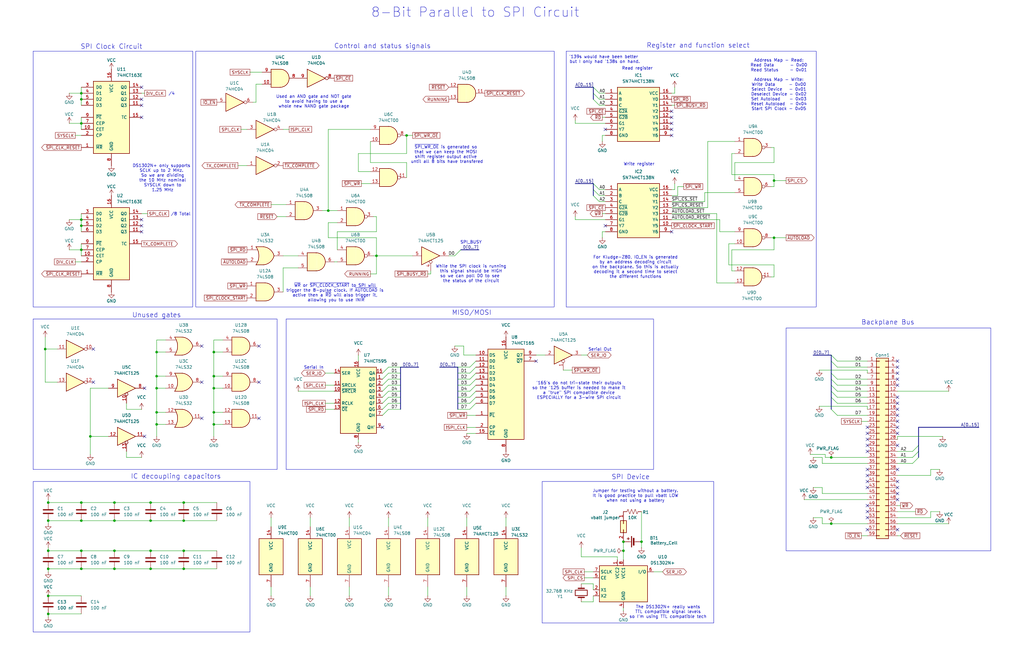
<source format=kicad_sch>
(kicad_sch (version 20231120) (generator "eeschema") (generator_version "8.0")
  (paper "B")
  (title_block (rev "1.2"))
  (junction (at 63.5 232.41))
  (junction (at 66.04 179.07))
  (junction (at 34.29 212.09))
  (junction (at 90.17 179.07))
  (junction (at 77.47 212.09))
  (junction (at 90.17 148.59))
  (junction (at 34.29 232.41))
  (junction (at 77.47 240.03))
  (junction (at 90.17 163.83))
  (junction (at 20.32 240.03))
  (junction (at 48.26 212.09))
  (junction (at 77.47 219.71))
  (junction (at 63.5 219.71))
  (junction (at 158.75 107.95))
  (junction (at 90.17 158.75))
  (junction (at 63.5 240.03))
  (junction (at 34.29 240.03))
  (junction (at 171.45 57.15))
  (junction (at 262.89 232.41))
  (junction (at 66.04 173.99))
  (junction (at 66.04 158.75))
  (junction (at 90.17 173.99))
  (junction (at 34.29 39.37))
  (junction (at 270.51 228.6))
  (junction (at 20.32 232.41))
  (junction (at 350.52 220.98))
  (junction (at 19.05 147.32))
  (junction (at 34.29 41.91))
  (junction (at 34.29 219.71))
  (junction (at 20.32 212.09))
  (junction (at 34.29 92.71))
  (junction (at 326.39 76.2))
  (junction (at 20.32 251.46))
  (junction (at 34.29 52.07))
  (junction (at 38.1 184.15))
  (junction (at 350.52 193.04))
  (junction (at 48.26 232.41))
  (junction (at 63.5 212.09))
  (junction (at 48.26 219.71))
  (junction (at 326.39 100.33))
  (junction (at 66.04 163.83))
  (junction (at 34.29 105.41))
  (junction (at 77.47 232.41))
  (junction (at 48.26 240.03))
  (junction (at 20.32 259.08))
  (junction (at 66.04 148.59))
  (junction (at 20.32 219.71))
  (junction (at 34.29 95.25))
  (junction (at 138.43 88.9))
  (junction (at 262.89 228.6))
  (no_connect (at 378.46 157.48))
  (no_connect (at 283.21 49.53))
  (no_connect (at 378.46 205.74))
  (no_connect (at 378.46 203.2))
  (no_connect (at 283.21 54.61))
  (no_connect (at 255.27 54.61))
  (no_connect (at 283.21 57.15))
  (no_connect (at 161.29 180.34))
  (no_connect (at 39.37 147.32))
  (no_connect (at 109.22 176.53))
  (no_connect (at 378.46 175.26))
  (no_connect (at 365.76 180.34))
  (no_connect (at 378.46 160.02))
  (no_connect (at 283.21 97.79))
  (no_connect (at 109.22 161.29))
  (no_connect (at 39.37 161.29))
  (no_connect (at 255.27 95.25))
  (no_connect (at 365.76 182.88))
  (no_connect (at 60.96 163.83))
  (no_connect (at 378.46 152.4))
  (no_connect (at 59.69 41.91))
  (no_connect (at 378.46 187.96))
  (no_connect (at 85.09 161.29))
  (no_connect (at 226.06 152.4))
  (no_connect (at 365.76 185.42))
  (no_connect (at 378.46 180.34))
  (no_connect (at 59.69 44.45))
  (no_connect (at 378.46 172.72))
  (no_connect (at 365.76 215.9))
  (no_connect (at 365.76 213.36))
  (no_connect (at 365.76 218.44))
  (no_connect (at 378.46 154.94))
  (no_connect (at 59.69 49.53))
  (no_connect (at 365.76 187.96))
  (no_connect (at 59.69 36.83))
  (no_connect (at 283.21 52.07))
  (no_connect (at 378.46 162.56))
  (no_connect (at 365.76 198.12))
  (no_connect (at 378.46 182.88))
  (no_connect (at 378.46 223.52))
  (no_connect (at 59.69 97.79))
  (no_connect (at 378.46 210.82))
  (no_connect (at 59.69 95.25))
  (no_connect (at 378.46 198.12))
  (no_connect (at 109.22 146.05))
  (no_connect (at 378.46 177.8))
  (no_connect (at 378.46 170.18))
  (no_connect (at 59.69 92.71))
  (no_connect (at 283.21 46.99))
  (no_connect (at 365.76 223.52))
  (no_connect (at 378.46 208.28))
  (no_connect (at 365.76 205.74))
  (no_connect (at 85.09 146.05))
  (no_connect (at 85.09 176.53))
  (no_connect (at 365.76 203.2))
  (no_connect (at 365.76 200.66))
  (no_connect (at 60.96 184.15))
  (no_connect (at 365.76 190.5))
  (no_connect (at 378.46 167.64))
  (bus_entry (at 163.83 172.72) (size -2.54 2.54))
  (bus_entry (at 198.12 167.64) (size 2.54 -2.54))
  (bus_entry (at 250.19 77.47) (size 2.54 2.54))
  (bus_entry (at 194.31 105.41) (size -2.54 2.54))
  (bus_entry (at 250.19 80.01) (size 2.54 2.54))
  (bus_entry (at 163.83 162.56) (size -2.54 2.54))
  (bus_entry (at 250.19 82.55) (size 2.54 2.54))
  (bus_entry (at 198.12 154.94) (size 2.54 -2.54))
  (bus_entry (at 250.19 39.37) (size 2.54 2.54))
  (bus_entry (at 163.83 167.64) (size -2.54 2.54))
  (bus_entry (at 250.19 36.83) (size 2.54 2.54))
  (bus_entry (at 163.83 165.1) (size -2.54 2.54))
  (bus_entry (at 198.12 160.02) (size 2.54 -2.54))
  (bus_entry (at 384.81 193.04) (size 2.54 -2.54))
  (bus_entry (at 350.52 172.72) (size 2.54 2.54))
  (bus_entry (at 198.12 162.56) (size 2.54 -2.54))
  (bus_entry (at 198.12 170.18) (size 2.54 -2.54))
  (bus_entry (at 350.52 167.64) (size 2.54 2.54))
  (bus_entry (at 163.83 154.94) (size -2.54 2.54))
  (bus_entry (at 198.12 165.1) (size 2.54 -2.54))
  (bus_entry (at 163.83 157.48) (size -2.54 2.54))
  (bus_entry (at 384.81 195.58) (size 2.54 -2.54))
  (bus_entry (at 350.52 165.1) (size 2.54 2.54))
  (bus_entry (at 163.83 160.02) (size -2.54 2.54))
  (bus_entry (at 250.19 41.91) (size 2.54 2.54))
  (bus_entry (at 350.52 149.86) (size 2.54 2.54))
  (bus_entry (at 384.81 190.5) (size 2.54 -2.54))
  (bus_entry (at 350.52 157.48) (size 2.54 2.54))
  (bus_entry (at 350.52 152.4) (size 2.54 2.54))
  (bus_entry (at 163.83 170.18) (size -2.54 2.54))
  (bus_entry (at 350.52 160.02) (size 2.54 2.54))
  (bus_entry (at 350.52 162.56) (size 2.54 2.54))
  (bus_entry (at 198.12 172.72) (size 2.54 -2.54))
  (bus_entry (at 198.12 157.48) (size 2.54 -2.54))
  (wire (pts (xy 193.04 165.1) (xy 198.12 165.1)))
  (wire (pts (xy 325.12 100.33) (xy 326.39 100.33)))
  (wire (pts (xy 283.21 39.37) (xy 284.48 39.37)))
  (wire (pts (xy 180.34 218.44) (xy 180.34 222.25)))
  (wire (pts (xy 106.68 43.18) (xy 107.95 43.18)))
  (wire (pts (xy 48.26 219.71) (xy 63.5 219.71)))
  (wire (pts (xy 326.39 116.84) (xy 326.39 111.76)))
  (wire (pts (xy 168.91 157.48) (xy 163.83 157.48)))
  (wire (pts (xy 140.97 110.49) (xy 142.24 110.49)))
  (wire (pts (xy 168.91 172.72) (xy 163.83 172.72)))
  (bus (pts (xy 342.9 149.86) (xy 350.52 149.86)))
  (wire (pts (xy 347.98 193.04) (xy 350.52 193.04)))
  (wire (pts (xy 66.04 158.75) (xy 69.85 158.75)))
  (wire (pts (xy 346.71 220.98) (xy 350.52 220.98)))
  (wire (pts (xy 168.91 165.1) (xy 163.83 165.1)))
  (wire (pts (xy 339.09 210.82) (xy 365.76 210.82)))
  (wire (pts (xy 260.35 234.95) (xy 260.35 236.22)))
  (wire (pts (xy 38.1 184.15) (xy 38.1 191.77)))
  (wire (pts (xy 125.73 165.1) (xy 140.97 165.1)))
  (wire (pts (xy 151.13 186.69) (xy 151.13 185.42)))
  (wire (pts (xy 254 90.17) (xy 255.27 90.17)))
  (wire (pts (xy 20.32 240.03) (xy 20.32 241.3)))
  (wire (pts (xy 308.61 64.77) (xy 309.88 64.77)))
  (wire (pts (xy 392.43 215.9) (xy 396.24 215.9)))
  (wire (pts (xy 242.57 50.8) (xy 242.57 52.07)))
  (wire (pts (xy 346.71 208.28) (xy 346.71 205.74)))
  (wire (pts (xy 20.32 240.03) (xy 34.29 240.03)))
  (wire (pts (xy 38.1 163.83) (xy 45.72 163.83)))
  (wire (pts (xy 29.21 52.07) (xy 34.29 52.07)))
  (wire (pts (xy 181.61 115.57) (xy 181.61 114.3)))
  (wire (pts (xy 246.38 243.84) (xy 250.19 243.84)))
  (bus (pts (xy 350.52 165.1) (xy 350.52 167.64)))
  (wire (pts (xy 90.17 158.75) (xy 93.98 158.75)))
  (bus (pts (xy 250.19 80.01) (xy 250.19 82.55)))
  (wire (pts (xy 392.43 200.66) (xy 392.43 198.12)))
  (wire (pts (xy 180.34 115.57) (xy 181.61 115.57)))
  (wire (pts (xy 346.71 195.58) (xy 365.76 195.58)))
  (wire (pts (xy 151.13 72.39) (xy 151.13 64.77)))
  (wire (pts (xy 378.46 200.66) (xy 392.43 200.66)))
  (wire (pts (xy 90.17 173.99) (xy 93.98 173.99)))
  (wire (pts (xy 284.48 80.01) (xy 284.48 77.47)))
  (wire (pts (xy 77.47 212.09) (xy 91.44 212.09)))
  (wire (pts (xy 252.73 85.09) (xy 255.27 85.09)))
  (wire (pts (xy 66.04 179.07) (xy 66.04 184.15)))
  (wire (pts (xy 326.39 76.2) (xy 331.47 76.2)))
  (wire (pts (xy 400.05 165.1) (xy 378.46 165.1)))
  (wire (pts (xy 20.32 219.71) (xy 34.29 219.71)))
  (wire (pts (xy 193.04 160.02) (xy 198.12 160.02)))
  (wire (pts (xy 195.58 146.05) (xy 191.77 146.05)))
  (wire (pts (xy 171.45 74.93) (xy 171.45 68.58)))
  (wire (pts (xy 254 57.15) (xy 255.27 57.15)))
  (wire (pts (xy 90.17 143.51) (xy 93.98 143.51)))
  (wire (pts (xy 326.39 100.33) (xy 331.47 100.33)))
  (wire (pts (xy 378.46 220.98) (xy 400.05 220.98)))
  (wire (pts (xy 20.32 251.46) (xy 34.29 251.46)))
  (wire (pts (xy 107.95 35.56) (xy 107.95 43.18)))
  (wire (pts (xy 137.16 170.18) (xy 140.97 170.18)))
  (wire (pts (xy 250.19 254) (xy 250.19 251.46)))
  (wire (pts (xy 325.12 78.74) (xy 326.39 78.74)))
  (wire (pts (xy 19.05 147.32) (xy 19.05 161.29)))
  (wire (pts (xy 34.29 92.71) (xy 34.29 95.25)))
  (wire (pts (xy 196.85 182.88) (xy 200.66 182.88)))
  (wire (pts (xy 252.73 44.45) (xy 255.27 44.45)))
  (wire (pts (xy 378.46 184.15) (xy 397.51 184.15)))
  (wire (pts (xy 138.43 54.61) (xy 156.21 54.61)))
  (wire (pts (xy 31.75 57.15) (xy 34.29 57.15)))
  (wire (pts (xy 34.29 240.03) (xy 48.26 240.03)))
  (wire (pts (xy 326.39 100.33) (xy 326.39 105.41)))
  (wire (pts (xy 262.89 228.6) (xy 262.89 232.41)))
  (wire (pts (xy 283.21 80.01) (xy 284.48 80.01)))
  (bus (pts (xy 350.52 152.4) (xy 350.52 157.48)))
  (wire (pts (xy 250.19 246.38) (xy 250.19 248.92)))
  (wire (pts (xy 262.89 257.81) (xy 262.89 256.54)))
  (wire (pts (xy 147.32 218.44) (xy 147.32 222.25)))
  (wire (pts (xy 119.38 123.19) (xy 119.38 113.03)))
  (wire (pts (xy 158.75 107.95) (xy 158.75 115.57)))
  (wire (pts (xy 283.21 87.63) (xy 298.45 87.63)))
  (wire (pts (xy 53.34 193.04) (xy 59.69 193.04)))
  (wire (pts (xy 114.3 247.65) (xy 114.3 251.46)))
  (wire (pts (xy 168.91 154.94) (xy 163.83 154.94)))
  (wire (pts (xy 270.51 215.9) (xy 270.51 228.6)))
  (wire (pts (xy 147.32 247.65) (xy 147.32 251.46)))
  (wire (pts (xy 326.39 76.2) (xy 326.39 73.66)))
  (wire (pts (xy 63.5 240.03) (xy 77.47 240.03)))
  (wire (pts (xy 302.26 90.17) (xy 302.26 119.38)))
  (wire (pts (xy 275.59 241.3) (xy 279.4 241.3)))
  (wire (pts (xy 353.06 160.02) (xy 365.76 160.02)))
  (wire (pts (xy 151.13 64.77) (xy 171.45 64.77)))
  (wire (pts (xy 326.39 68.58) (xy 309.88 68.58)))
  (wire (pts (xy 48.26 240.03) (xy 63.5 240.03)))
  (wire (pts (xy 66.04 173.99) (xy 66.04 163.83)))
  (wire (pts (xy 137.16 172.72) (xy 140.97 172.72)))
  (wire (pts (xy 193.04 162.56) (xy 198.12 162.56)))
  (wire (pts (xy 350.52 220.98) (xy 365.76 220.98)))
  (wire (pts (xy 307.34 111.76) (xy 307.34 102.87)))
  (wire (pts (xy 353.06 165.1) (xy 365.76 165.1)))
  (wire (pts (xy 242.57 92.71) (xy 255.27 92.71)))
  (wire (pts (xy 307.34 102.87) (xy 309.88 102.87)))
  (wire (pts (xy 346.71 218.44) (xy 342.9 218.44)))
  (wire (pts (xy 151.13 149.86) (xy 151.13 152.4)))
  (wire (pts (xy 163.83 218.44) (xy 163.83 222.25)))
  (wire (pts (xy 346.71 205.74) (xy 342.9 205.74)))
  (wire (pts (xy 378.46 218.44) (xy 392.43 218.44)))
  (wire (pts (xy 66.04 143.51) (xy 69.85 143.51)))
  (wire (pts (xy 34.29 52.07) (xy 34.29 54.61)))
  (wire (pts (xy 193.04 167.64) (xy 198.12 167.64)))
  (bus (pts (xy 350.52 160.02) (xy 350.52 162.56)))
  (bus (pts (xy 250.19 77.47) (xy 250.19 80.01)))
  (wire (pts (xy 34.29 39.37) (xy 34.29 41.91)))
  (wire (pts (xy 353.06 175.26) (xy 365.76 175.26)))
  (wire (pts (xy 365.76 172.72) (xy 365.76 171.45)))
  (wire (pts (xy 19.05 142.24) (xy 19.05 147.32)))
  (wire (pts (xy 29.21 92.71) (xy 34.29 92.71)))
  (wire (pts (xy 48.26 212.09) (xy 63.5 212.09)))
  (wire (pts (xy 66.04 148.59) (xy 69.85 148.59)))
  (wire (pts (xy 298.45 87.63) (xy 298.45 59.69)))
  (wire (pts (xy 90.17 179.07) (xy 90.17 184.15)))
  (wire (pts (xy 137.16 162.56) (xy 140.97 162.56)))
  (wire (pts (xy 302.26 119.38) (xy 309.88 119.38)))
  (wire (pts (xy 325.12 62.23) (xy 326.39 62.23)))
  (wire (pts (xy 365.76 156.21) (xy 345.44 156.21)))
  (wire (pts (xy 241.3 156.21) (xy 237.49 156.21)))
  (wire (pts (xy 392.43 218.44) (xy 392.43 215.9)))
  (wire (pts (xy 168.91 167.64) (xy 163.83 167.64)))
  (wire (pts (xy 284.48 39.37) (xy 284.48 36.83)))
  (wire (pts (xy 353.06 167.64) (xy 365.76 167.64)))
  (wire (pts (xy 171.45 64.77) (xy 171.45 57.15)))
  (wire (pts (xy 284.48 44.45) (xy 283.21 44.45)))
  (wire (pts (xy 168.91 160.02) (xy 163.83 160.02)))
  (wire (pts (xy 20.32 232.41) (xy 34.29 232.41)))
  (wire (pts (xy 325.12 116.84) (xy 326.39 116.84)))
  (bus (pts (xy 387.35 180.34) (xy 412.75 180.34)))
  (wire (pts (xy 138.43 93.98) (xy 142.24 93.98)))
  (bus (pts (xy 350.52 157.48) (xy 350.52 160.02)))
  (wire (pts (xy 242.57 91.44) (xy 242.57 92.71)))
  (wire (pts (xy 107.95 35.56) (xy 110.49 35.56)))
  (wire (pts (xy 90.17 179.07) (xy 93.98 179.07)))
  (wire (pts (xy 163.83 247.65) (xy 163.83 251.46)))
  (bus (pts (xy 242.57 36.83) (xy 250.19 36.83)))
  (wire (pts (xy 283.21 90.17) (xy 302.26 90.17)))
  (wire (pts (xy 298.45 59.69) (xy 309.88 59.69)))
  (wire (pts (xy 66.04 173.99) (xy 66.04 179.07)))
  (wire (pts (xy 116.84 91.44) (xy 120.65 91.44)))
  (wire (pts (xy 59.69 90.17) (xy 62.23 90.17)))
  (wire (pts (xy 346.71 195.58) (xy 346.71 193.04)))
  (wire (pts (xy 363.22 226.06) (xy 365.76 226.06)))
  (wire (pts (xy 77.47 219.71) (xy 91.44 219.71)))
  (wire (pts (xy 20.32 259.08) (xy 34.29 259.08)))
  (wire (pts (xy 152.4 77.47) (xy 156.21 77.47)))
  (wire (pts (xy 101.6 54.61) (xy 104.14 54.61)))
  (wire (pts (xy 19.05 161.29) (xy 24.13 161.29)))
  (wire (pts (xy 378.46 226.06) (xy 379.73 226.06)))
  (wire (pts (xy 105.41 30.48) (xy 110.49 30.48)))
  (wire (pts (xy 66.04 163.83) (xy 66.04 158.75)))
  (wire (pts (xy 90.17 163.83) (xy 93.98 163.83)))
  (bus (pts (xy 350.52 167.64) (xy 350.52 172.72)))
  (wire (pts (xy 285.75 82.55) (xy 283.21 82.55)))
  (wire (pts (xy 90.17 173.99) (xy 90.17 163.83)))
  (wire (pts (xy 285.75 78.74) (xy 285.75 82.55)))
  (wire (pts (xy 66.04 158.75) (xy 66.04 148.59)))
  (wire (pts (xy 34.29 41.91) (xy 34.29 44.45)))
  (wire (pts (xy 168.91 170.18) (xy 163.83 170.18)))
  (wire (pts (xy 308.61 114.3) (xy 309.88 114.3)))
  (wire (pts (xy 365.76 154.94) (xy 353.06 154.94)))
  (wire (pts (xy 66.04 148.59) (xy 66.04 143.51)))
  (wire (pts (xy 346.71 208.28) (xy 365.76 208.28)))
  (wire (pts (xy 346.71 220.98) (xy 346.71 218.44)))
  (wire (pts (xy 229.87 149.86) (xy 226.06 149.86)))
  (wire (pts (xy 378.46 215.9) (xy 386.08 215.9)))
  (bus (pts (xy 250.19 39.37) (xy 250.19 41.91)))
  (wire (pts (xy 353.06 152.4) (xy 365.76 152.4)))
  (wire (pts (xy 246.38 241.3) (xy 250.19 241.3)))
  (wire (pts (xy 114.3 86.36) (xy 120.65 86.36)))
  (wire (pts (xy 90.17 148.59) (xy 90.17 143.51)))
  (wire (pts (xy 34.29 232.41) (xy 48.26 232.41)))
  (wire (pts (xy 156.21 68.58) (xy 156.21 59.69)))
  (wire (pts (xy 213.36 218.44) (xy 213.36 222.25)))
  (bus (pts (xy 185.42 154.94) (xy 193.04 154.94)))
  (wire (pts (xy 378.46 185.42) (xy 378.46 184.15)))
  (wire (pts (xy 254 97.79) (xy 255.27 97.79)))
  (wire (pts (xy 171.45 57.15) (xy 173.99 57.15)))
  (wire (pts (xy 156.21 115.57) (xy 158.75 115.57)))
  (wire (pts (xy 346.71 193.04) (xy 342.9 193.04)))
  (wire (pts (xy 297.18 85.09) (xy 297.18 81.28)))
  (wire (pts (xy 77.47 240.03) (xy 91.44 240.03)))
  (wire (pts (xy 247.65 149.86) (xy 245.11 149.86)))
  (wire (pts (xy 34.29 49.53) (xy 34.29 52.07)))
  (wire (pts (xy 34.29 105.41) (xy 34.29 107.95)))
  (wire (pts (xy 138.43 88.9) (xy 138.43 54.61)))
  (wire (pts (xy 142.24 97.79) (xy 158.75 97.79)))
  (wire (pts (xy 193.04 170.18) (xy 198.12 170.18)))
  (wire (pts (xy 157.48 107.95) (xy 158.75 107.95)))
  (wire (pts (xy 196.85 218.44) (xy 196.85 222.25)))
  (bus (pts (xy 193.04 172.72) (xy 193.04 154.94)))
  (bus (pts (xy 168.91 172.72) (xy 168.91 154.94)))
  (wire (pts (xy 63.5 232.41) (xy 77.47 232.41)))
  (wire (pts (xy 157.48 91.44) (xy 158.75 91.44)))
  (wire (pts (xy 119.38 54.61) (xy 121.92 54.61)))
  (wire (pts (xy 31.75 110.49) (xy 34.29 110.49)))
  (wire (pts (xy 20.32 210.82) (xy 20.32 212.09)))
  (wire (pts (xy 130.81 247.65) (xy 130.81 251.46)))
  (wire (pts (xy 193.04 154.94) (xy 198.12 154.94)))
  (wire (pts (xy 77.47 232.41) (xy 91.44 232.41)))
  (wire (pts (xy 29.21 105.41) (xy 34.29 105.41)))
  (bus (pts (xy 242.57 77.47) (xy 250.19 77.47)))
  (wire (pts (xy 90.17 173.99) (xy 90.17 179.07)))
  (wire (pts (xy 66.04 163.83) (xy 69.85 163.83)))
  (wire (pts (xy 180.34 247.65) (xy 180.34 251.46)))
  (wire (pts (xy 158.75 107.95) (xy 173.99 107.95)))
  (wire (pts (xy 303.53 97.79) (xy 309.88 97.79)))
  (wire (pts (xy 196.85 247.65) (xy 196.85 251.46)))
  (wire (pts (xy 34.29 95.25) (xy 34.29 97.79)))
  (wire (pts (xy 193.04 172.72) (xy 198.12 172.72)))
  (wire (pts (xy 326.39 111.76) (xy 307.34 111.76)))
  (wire (pts (xy 20.32 220.98) (xy 20.32 219.71)))
  (wire (pts (xy 158.75 100.33) (xy 158.75 107.95)))
  (wire (pts (xy 20.32 259.08) (xy 20.32 260.35)))
  (wire (pts (xy 308.61 105.41) (xy 308.61 114.3)))
  (wire (pts (xy 252.73 82.55) (xy 255.27 82.55)))
  (wire (pts (xy 191.77 107.95) (xy 189.23 107.95)))
  (wire (pts (xy 130.81 218.44) (xy 130.81 222.25)))
  (wire (pts (xy 20.32 231.14) (xy 20.32 232.41)))
  (wire (pts (xy 53.34 170.18) (xy 53.34 172.72)))
  (wire (pts (xy 193.04 157.48) (xy 198.12 157.48)))
  (wire (pts (xy 171.45 68.58) (xy 156.21 68.58)))
  (wire (pts (xy 34.29 212.09) (xy 48.26 212.09)))
  (wire (pts (xy 326.39 78.74) (xy 326.39 76.2)))
  (wire (pts (xy 53.34 190.5) (xy 53.34 193.04)))
  (wire (pts (xy 34.29 102.87) (xy 34.29 105.41)))
  (wire (pts (xy 252.73 41.91) (xy 255.27 41.91)))
  (wire (pts (xy 254 59.69) (xy 254 57.15)))
  (wire (pts (xy 20.32 212.09) (xy 34.29 212.09)))
  (wire (pts (xy 90.17 158.75) (xy 90.17 148.59)))
  (wire (pts (xy 138.43 100.33) (xy 138.43 93.98)))
  (wire (pts (xy 63.5 219.71) (xy 77.47 219.71)))
  (wire (pts (xy 19.05 147.32) (xy 24.13 147.32)))
  (bus (pts (xy 387.35 190.5) (xy 387.35 193.04)))
  (wire (pts (xy 196.85 180.34) (xy 200.66 180.34)))
  (wire (pts (xy 114.3 218.44) (xy 114.3 222.25)))
  (wire (pts (xy 326.39 62.23) (xy 326.39 68.58)))
  (wire (pts (xy 158.75 100.33) (xy 138.43 100.33)))
  (bus (pts (xy 387.35 187.96) (xy 387.35 190.5)))
  (wire (pts (xy 90.17 148.59) (xy 93.98 148.59)))
  (wire (pts (xy 137.16 157.48) (xy 140.97 157.48)))
  (wire (pts (xy 100.33 69.85) (xy 104.14 69.85)))
  (wire (pts (xy 379.73 213.36) (xy 378.46 213.36)))
  (wire (pts (xy 38.1 163.83) (xy 38.1 184.15)))
  (wire (pts (xy 285.75 78.74) (xy 288.29 78.74)))
  (bus (pts (xy 176.53 154.94) (xy 168.91 154.94)))
  (wire (pts (xy 252.73 80.01) (xy 255.27 80.01)))
  (wire (pts (xy 365.76 171.45) (xy 345.44 171.45)))
  (wire (pts (xy 200.66 175.26) (xy 196.85 175.26)))
  (wire (pts (xy 384.81 195.58) (xy 378.46 195.58)))
  (wire (pts (xy 341.63 191.77) (xy 347.98 191.77)))
  (wire (pts (xy 34.29 36.83) (xy 34.29 39.37)))
  (wire (pts (xy 350.52 193.04) (xy 365.76 193.04)))
  (wire (pts (xy 66.04 173.99) (xy 69.85 173.99)))
  (wire (pts (xy 384.81 190.5) (xy 378.46 190.5)))
  (wire (pts (xy 135.89 88.9) (xy 138.43 88.9)))
  (wire (pts (xy 283.21 92.71) (xy 303.53 92.71)))
  (wire (pts (xy 392.43 198.12) (xy 396.24 198.12)))
  (wire (pts (xy 66.04 179.07) (xy 69.85 179.07)))
  (wire (pts (xy 119.38 107.95) (xy 125.73 107.95)))
  (wire (pts (xy 353.06 162.56) (xy 365.76 162.56)))
  (wire (pts (xy 283.21 85.09) (xy 297.18 85.09)))
  (wire (pts (xy 195.58 149.86) (xy 195.58 146.05)))
  (bus (pts (xy 387.35 180.34) (xy 387.35 187.96)))
  (wire (pts (xy 200.66 149.86) (xy 195.58 149.86)))
  (wire (pts (xy 90.17 163.83) (xy 90.17 158.75)))
  (wire (pts (xy 384.81 193.04) (xy 378.46 193.04)))
  (wire (pts (xy 353.06 170.18) (xy 365.76 170.18)))
  (wire (pts (xy 254 49.53) (xy 255.27 49.53)))
  (wire (pts (xy 119.38 113.03) (xy 125.73 113.03)))
  (wire (pts (xy 48.26 232.41) (xy 63.5 232.41)))
  (wire (pts (xy 34.29 90.17) (xy 34.29 92.71)))
  (wire (pts (xy 34.29 219.71) (xy 48.26 219.71)))
  (wire (pts (xy 60.96 39.37) (xy 59.69 39.37)))
  (wire (pts (xy 53.34 172.72) (xy 59.69 172.72)))
  (wire (pts (xy 262.89 232.41) (xy 262.89 236.22)))
  (bus (pts (xy 350.52 149.86) (xy 350.52 152.4)))
  (wire (pts (xy 326.39 73.66) (xy 308.61 73.66)))
  (wire (pts (xy 142.24 97.79) (xy 142.24 105.41)))
  (wire (pts (xy 252.73 39.37) (xy 255.27 39.37)))
  (wire (pts (xy 303.53 92.71) (xy 303.53 97.79)))
  (bus (pts (xy 350.52 162.56) (xy 350.52 165.1)))
  (bus (pts (xy 194.31 105.41) (xy 201.93 105.41)))
  (wire (pts (xy 245.11 231.14) (xy 245.11 234.95)))
  (wire (pts (xy 45.72 184.15) (xy 38.1 184.15)))
  (wire (pts (xy 270.51 228.6) (xy 270.51 231.14)))
  (wire (pts (xy 245.11 254) (xy 250.19 254)))
  (wire (pts (xy 297.18 81.28) (xy 309.88 81.28)))
  (wire (pts (xy 245.11 234.95) (xy 260.35 234.95)))
  (wire (pts (xy 245.11 246.38) (xy 250.19 246.38)))
  (wire (pts (xy 347.98 191.77) (xy 347.98 193.04)))
  (wire (pts (xy 308.61 73.66) (xy 308.61 64.77)))
  (wire (pts (xy 168.91 162.56) (xy 163.83 162.56)))
  (wire (pts (xy 138.43 88.9) (xy 142.24 88.9)))
  (wire (pts (xy 326.39 105.41) (xy 308.61 105.41)))
  (wire (pts (xy 254 100.33) (xy 254 97.79)))
  (wire (pts (xy 365.76 157.48) (xy 365.76 156.21)))
  (bus (pts (xy 250.19 36.83) (xy 250.19 39.37)))
  (wire (pts (xy 63.5 212.09) (xy 77.47 212.09)))
  (wire (pts (xy 363.22 177.8) (xy 365.76 177.8)))
  (wire (pts (xy 158.75 97.79) (xy 158.75 91.44)))
  (wire (pts (xy 29.21 39.37) (xy 34.29 39.37)))
  (wire (pts (xy 156.21 72.39) (xy 151.13 72.39)))
  (wire (pts (xy 213.36 247.65) (xy 213.36 251.46)))
  (wire (pts (xy 309.88 68.58) (xy 309.88 76.2)))
  (wire (pts (xy 242.57 52.07) (xy 255.27 52.07)))
  (rectangle (start 13.97 21.59) (end 81.28 129.54))
  (rectangle (start 228.6 203.2) (end 300.99 262.89))
  (rectangle (start 13.97 134.62) (end 116.84 198.12))
  (rectangle (start 331.47 138.43) (end 417.83 232.41))
  (rectangle (start 238.76 21.59) (end 344.17 129.54))
  (rectangle (start 120.65 134.62) (end 275.59 198.12))
  (rectangle (start 82.55 21.59) (end 233.68 129.54))
  (rectangle (start 13.97 203.2) (end 105.41 266.7))
  (text "Used an AND gate and NOT gate\nto avoid having to use a\nwhole new NAND gate package" (at 132.334 42.926 0) (effects (font (size 1.27 1.27))))
  (text "MISO/MOSI" (at 198.882 132.08 0) (effects (font (size 2 2))))
  (text "Jumper for testing without a battery.\nIt is good practice to pull vbatt LOW\nwhen not using a battery" (at 267.97 209.296 0) (effects (font (size 1.27 1.27))))
  (text "/4" (at 72.39 39.624 0) (effects (font (size 1.27 1.27))))
  (text "Control and status signals" (at 161.29 19.558 0) (effects (font (size 2 2))))
  (text "Write register\n" (at 269.494 69.342 0) (effects (font (size 1.27 1.27))))
  (text "DS1302N+ only supports \nSCLK up to 2 MHz. \nSo we are dividing\nthe 10 MHz nominal\nSYSCLK down to\n1.25 MHz" (at 68.58 75.184 0) (effects (font (size 1.27 1.27))))
  (text "Serial In" (at 132.334 155.194 0) (effects (font (size 1.27 1.27))))
  (text "/8 Total\n" (at 76.2 90.424 0) (effects (font (size 1.27 1.27))))
  (text "Serial Out" (at 252.984 147.574 0) (effects (font (size 1.27 1.27))))
  (text "'139s would have been better \nbut I only had '138s on hand." (at 255.016 25.146 0) (effects (font (size 1.27 1.27))))
  (text "Address Map - Read:\nRead Data       - 0x00\nRead Status     - 0x01\n\nAddress Map - Write:\nWrite Data      - 0x00\nSelect Device   - 0x01\nDeselect Device - 0x02\nSet Autoload    - 0x03\nReset Autoload  - 0x04\nStart SPI Clock - 0x05" (at 328.422 35.814 0) (effects (font (size 1.27 1.27))))
  (text "SPI Device" (at 265.938 201.422 0) (effects (font (size 2 2))))
  (text "While the SPI clock is running\nthis signal should be HIGH\nso we can poll D0 to see \nthe status of the circuit" (at 198.628 115.57 0) (effects (font (size 1.27 1.27))))
  (text "IC decoupling capacitors" (at 74.168 201.168 0) (effects (font (size 2 2))))
  (text "Unused gates" (at 66.04 133.096 0) (effects (font (size 2 2))))
  (text "For Kludge-Z80, IO_EN is generated\nby an address decoding circuit\non the backplane. So this is actually\ndecoding it a second time to select\nthe different functions" (at 267.97 112.776 0) (effects (font (size 1.27 1.27))))
  (text "8-Bit Parallel to SPI Circuit" (at 200.406 5.334 0) (effects (font (size 4 4))))
  (text "Register and function select" (at 294.386 19.304 0) (effects (font (size 2 2))))
  (text "~{SPI_WR_OE} is generated so \nthat we can keep the MOSI \nshift register output active \nuntil all 8 bits have transfered" (at 188.468 65.278 0) (effects (font (size 1.27 1.27))))
  (text "Backplane Bus" (at 374.396 136.144 0) (effects (font (size 2 2))))
  (text "The DS1302N+ really wants\nTTL compatible signal levels\nso I'm using TTL compatible tech" (at 281.686 258.318 0) (effects (font (size 1.27 1.27))))
  (text "~{WR} or ~{SPI_CLOCK_START} to SPI will \ntrigger the 8-pulse clock. If ~{AUTOLOAD} is \nactive then a ~{RD} will also trigger it, \nallowing you to use INIR" (at 141.732 123.698 0) (effects (font (size 1.27 1.27))))
  (text "SPI_BUSY" (at 198.628 102.362 0) (effects (font (size 1.27 1.27))))
  (text "Read register" (at 268.732 28.956 0) (effects (font (size 1.27 1.27))))
  (text "SPI Clock Circuit" (at 46.99 19.812 0) (effects (font (size 2 2))))
  (text "'165's do not tri-state their outputs\nso the '125 buffer is needed to make it\na \"true\" SPI compatible device\nESPECIALLY for a 3-wire SPI circuit" (at 244.094 164.846 0) (effects (font (size 1.27 1.27))))
  (label "D5" (at 167.64 167.64 180))
  (label "A0" (at 252.73 80.01 0))
  (label "D6" (at 363.22 170.18 180))
  (label "D7" (at 194.31 172.72 0))
  (label "A[0..15]" (at 405.13 180.34 0))
  (label "D0" (at 363.22 152.4 180))
  (label "D4" (at 363.22 165.1 180))
  (label "D[0..7]" (at 342.9 149.86 0))
  (label "~{AUTOLOAD_RESET}" (at 283.21 92.71 0))
  (label "D6" (at 167.64 170.18 180))
  (label "D0" (at 194.31 154.94 0))
  (label "D5" (at 194.31 167.64 0))
  (label "A2" (at 252.73 85.09 0))
  (label "A0" (at 382.27 195.58 180))
  (label "D5" (at 363.22 167.64 180))
  (label "D7" (at 363.22 175.26 180))
  (label "D4" (at 167.64 165.1 180))
  (label "~{SPI_CS_RESET}" (at 283.21 87.63 0))
  (label "A0" (at 252.73 39.37 0))
  (label "D3" (at 194.31 162.56 0))
  (label "D1" (at 194.31 157.48 0))
  (label "D7" (at 167.64 172.72 180))
  (label "D[0..7]" (at 201.93 105.41 180))
  (label "D3" (at 363.22 162.56 180))
  (label "D2" (at 194.31 160.02 0))
  (label "D1" (at 363.22 154.94 180))
  (label "D[0..7]" (at 185.42 154.94 0))
  (label "~{AUTOLOAD_SET}" (at 283.21 90.17 0))
  (label "D4" (at 194.31 165.1 0))
  (label "A2" (at 382.27 190.5 180))
  (label "~{SPI_CS_SET}" (at 283.21 85.09 0))
  (label "D3" (at 167.64 162.56 180))
  (label "A[0..15]" (at 242.57 77.47 0))
  (label "D[0..7]" (at 176.53 154.94 180))
  (label "D2" (at 167.64 160.02 180))
  (label "D0" (at 191.77 107.95 180))
  (label "A1" (at 252.73 82.55 0))
  (label "A1" (at 252.73 41.91 0))
  (label "D6" (at 194.31 170.18 0))
  (label "A[0..15]" (at 242.57 36.83 0))
  (label "D1" (at 167.64 157.48 180))
  (label "A2" (at 252.73 44.45 0))
  (label "D2" (at 363.22 160.02 180))
  (label "A1" (at 382.27 193.04 180))
  (label "D0" (at 167.64 154.94 180))
  (global_label "~{SPI_BUSY_RD}" (shape passive) (at 180.34 115.57 180) (property "Intersheetrefs" "${INTERSHEET_REFS}" (effects (hide yes))))
  (global_label "!SPI_CLK" (shape passive) (at 196.85 180.34 180) (property "Intersheetrefs" "${INTERSHEET_REFS}" (effects (hide yes))))
  (global_label "~{SPI_WR}" (shape passive) (at 152.4 77.47 180) (property "Intersheetrefs" "${INTERSHEET_REFS}" (effects (hide yes))))
  (global_label "~{SPI_WR}" (shape passive) (at 104.14 120.65 180) (property "Intersheetrefs" "${INTERSHEET_REFS}" (effects (hide yes))))
  (global_label "DIV_CLK" (shape passive) (at 31.75 110.49 180) (property "Intersheetrefs" "${INTERSHEET_REFS}" (effects (hide yes))))
  (global_label "~{SPI_CE}" (shape passive) (at 140.97 33.02 0) (property "Intersheetrefs" "${INTERSHEET_REFS}" (effects (hide yes))))
  (global_label "~{WR}" (shape output) (at 254 90.17 180) (property "Intersheetrefs" "${INTERSHEET_REFS}" (effects (hide yes))))
  (global_label "~{AUTOLOAD}" (shape output) (at 331.47 100.33 0) (property "Intersheetrefs" "${INTERSHEET_REFS}" (effects (hide yes))))
  (global_label "~{RESET}" (shape input) (at 189.23 36.83 180) (property "Intersheetrefs" "${INTERSHEET_REFS}" (effects (hide yes))))
  (global_label "~{SPI_CE}" (shape passive) (at 255.27 87.63 180) (property "Intersheetrefs" "${INTERSHEET_REFS}" (effects (hide yes))))
  (global_label "~{RESET}" (shape input) (at 116.84 91.44 180) (property "Intersheetrefs" "${INTERSHEET_REFS}" (effects (hide yes))))
  (global_label "TX_COMPLETE" (shape output) (at 100.33 69.85 180) (property "Intersheetrefs" "${INTERSHEET_REFS}" (effects (hide yes))))
  (global_label "~{TX_COMPLETE}" (shape output) (at 114.3 86.36 180) (property "Intersheetrefs" "${INTERSHEET_REFS}" (effects (hide yes))))
  (global_label "SPI_CLK" (shape passive) (at 137.16 162.56 180) (property "Intersheetrefs" "${INTERSHEET_REFS}" (effects (hide yes))))
  (global_label "~{SPI_WR_OE}" (shape passive) (at 173.99 57.15 0) (property "Intersheetrefs" "${INTERSHEET_REFS}" (effects (hide yes))))
  (global_label "~{SPI_CLK_RESET}" (shape output) (at 34.29 62.23 180) (property "Intersheetrefs" "${INTERSHEET_REFS}" (effects (hide yes))))
  (global_label "~{SPI_CLOCK_START}" (shape passive) (at 104.14 125.73 180) (property "Intersheetrefs" "${INTERSHEET_REFS}" (effects (hide yes))))
  (global_label "~{RD}" (shape output) (at 254 49.53 180) (property "Intersheetrefs" "${INTERSHEET_REFS}" (effects (hide yes))))
  (global_label "!SPI_CLK" (shape passive) (at 137.16 170.18 180) (property "Intersheetrefs" "${INTERSHEET_REFS}" (effects (hide yes))))
  (global_label "~{SPI_RD}" (shape passive) (at 283.21 41.91 0) (property "Intersheetrefs" "${INTERSHEET_REFS}" (effects (hide yes))))
  (global_label "SYSCLK" (shape passive) (at 363.22 177.8 180) (property "Intersheetrefs" "${INTERSHEET_REFS}" (effects (hide yes))))
  (global_label "~{SPI_WR}" (shape passive) (at 288.29 78.74 0) (property "Intersheetrefs" "${INTERSHEET_REFS}" (effects (hide yes))))
  (global_label "SPI_CLK" (shape passive) (at 101.6 54.61 180) (property "Intersheetrefs" "${INTERSHEET_REFS}" (effects (hide yes))))
  (global_label "~{RESET}" (shape input) (at 379.73 226.06 0) (property "Intersheetrefs" "${INTERSHEET_REFS}" (effects (hide yes))))
  (global_label "~{RD}" (shape output) (at 386.08 215.9 0) (property "Intersheetrefs" "${INTERSHEET_REFS}" (effects (hide yes))))
  (global_label "~{SPI_WR}" (shape passive) (at 196.85 175.26 180) (property "Intersheetrefs" "${INTERSHEET_REFS}" (effects (hide yes))))
  (global_label "SER_IO" (shape bidirectional) (at 247.65 149.86 0) (property "Intersheetrefs" "${INTERSHEET_REFS}" (effects (hide yes))))
  (global_label "DIV_CLK" (shape passive) (at 60.96 39.37 0) (property "Intersheetrefs" "${INTERSHEET_REFS}" (effects (hide yes))))
  (global_label "~{SPI_WR_OE}" (shape passive) (at 241.3 156.21 0) (property "Intersheetrefs" "${INTERSHEET_REFS}" (effects (hide yes))))
  (global_label "~{SPI_RD}" (shape passive) (at 137.16 172.72 180) (property "Intersheetrefs" "${INTERSHEET_REFS}" (effects (hide yes))))
  (global_label "SYSCLK" (shape passive) (at 105.41 30.48 180) (property "Intersheetrefs" "${INTERSHEET_REFS}" (effects (hide yes))))
  (global_label "SYSCLK" (shape passive) (at 31.75 57.15 180) (property "Intersheetrefs" "${INTERSHEET_REFS}" (effects (hide yes))))
  (global_label "SPI_CLK" (shape passive) (at 246.38 241.3 180) (property "Intersheetrefs" "${INTERSHEET_REFS}" (effects (hide yes))))
  (global_label "~{TX_COMPLETE}" (shape output) (at 119.38 69.85 0) (property "Intersheetrefs" "${INTERSHEET_REFS}" (effects (hide yes))))
  (global_label "~{SPI_CLOCK_START}" (shape passive) (at 283.21 95.25 0) (property "Intersheetrefs" "${INTERSHEET_REFS}" (effects (hide yes))))
  (global_label "~{IO_EN}" (shape passive) (at 91.44 43.18 180) (property "Intersheetrefs" "${INTERSHEET_REFS}" (effects (hide yes))))
  (global_label "SPI_CS" (shape output) (at 246.38 243.84 180) (property "Intersheetrefs" "${INTERSHEET_REFS}" (effects (hide yes))))
  (global_label "!SPI_CLK" (shape passive) (at 121.92 54.61 0) (property "Intersheetrefs" "${INTERSHEET_REFS}" (effects (hide yes))))
  (global_label "~{SPI_RD}" (shape passive) (at 104.14 105.41 180) (property "Intersheetrefs" "${INTERSHEET_REFS}" (effects (hide yes))))
  (global_label "RUNNING" (shape output) (at 189.23 41.91 180) (property "Intersheetrefs" "${INTERSHEET_REFS}" (effects (hide yes))))
  (global_label "SER_IO" (shape bidirectional) (at 137.16 157.48 180) (property "Intersheetrefs" "${INTERSHEET_REFS}" (effects (hide yes))))
  (global_label "~{SPI_BUSY_RD}" (shape passive) (at 284.48 44.45 0) (property "Intersheetrefs" "${INTERSHEET_REFS}" (effects (hide yes))))
  (global_label "~{SPI_CLK_RESET}" (shape output) (at 204.47 39.37 0) (property "Intersheetrefs" "${INTERSHEET_REFS}" (effects (hide yes))))
  (global_label "~{AUTOLOAD}" (shape passive) (at 104.14 110.49 180) (property "Intersheetrefs" "${INTERSHEET_REFS}" (effects (hide yes))))
  (global_label "SPI_CS" (shape output) (at 331.47 76.2 0) (property "Intersheetrefs" "${INTERSHEET_REFS}" (effects (hide yes))))
  (global_label "~{IO_EN}" (shape passive) (at 363.22 226.06 180) (property "Intersheetrefs" "${INTERSHEET_REFS}" (effects (hide yes))))
  (global_label "SER_IO" (shape bidirectional) (at 279.4 241.3 0) (property "Intersheetrefs" "${INTERSHEET_REFS}" (effects (hide yes))))
  (global_label "~{WR}" (shape output) (at 379.73 213.36 0) (property "Intersheetrefs" "${INTERSHEET_REFS}" (effects (hide yes))))
  (global_label "~{SPI_CLK_RESET}" (shape output) (at 34.29 115.57 180) (property "Intersheetrefs" "${INTERSHEET_REFS}" (effects (hide yes))))
  (global_label "SPI_CLK" (shape passive) (at 62.23 90.17 0) (property "Intersheetrefs" "${INTERSHEET_REFS}" (effects (hide yes))))
  (global_label "~{SPI_CE}" (shape passive) (at 255.27 46.99 180) (property "Intersheetrefs" "${INTERSHEET_REFS}" (effects (hide yes))))
  (global_label "RUNNING" (shape output) (at 156.21 115.57 180) (property "Intersheetrefs" "${INTERSHEET_REFS}" (effects (hide yes))))
  (global_label "TX_COMPLETE" (shape output) (at 59.69 102.87 0) (property "Intersheetrefs" "${INTERSHEET_REFS}" (effects (hide yes))))
  (symbol (lib_id "power:GND") (at 66.04 184.15 0) (unit 1)
    (property "Reference" "#PWR08" (effects (hide yes)))
    (property "Value" "GND" (at 66.04 187.96 0))
    (property "Description" "Power symbol creates a global label with name \"GND\" , ground" (effects (hide yes)))
  )
  (symbol (lib_id "power:GND") (at 196.85 251.46 0) (unit 1)
    (property "Reference" "#PWR033" (effects (hide yes)))
    (property "Value" "GND" (at 196.85 255.27 0))
    (property "Description" "Power symbol creates a global label with name \"GND\" , ground" (effects (hide yes)))
  )
  (symbol (lib_id "power:VCC") (at 29.21 105.41 0) (unit 1)
    (property "Reference" "#PWR07" (effects (hide yes)))
    (property "Value" "VCC" (at 29.21 101.6 0))
    (property "Description" "Power symbol creates a global label with name \"VCC\"" (effects (hide yes)))
  )
  (symbol (lib_id "74xx:74LS32") (at 213.36 234.95 0) (unit 5)
    (property "Reference" "U3" (at 215.646 223.266 0) (effects (justify left)))
    (property "Value" "74LS32" (at 215.392 225.806 0) (effects (justify left)))
    (property "Footprint" "Package_DIP:DIP-14_W7.62mm_Socket" (effects (hide yes)))
    (property "Datasheet" "http://www.ti.com/lit/gpn/sn74LS32" (effects (hide yes)))
    (property "Description" "Quad 2-input OR" (effects (hide yes)))
  )
  (symbol (lib_id "power:GND") (at 20.32 241.3 0) (unit 1)
    (property "Reference" "#PWR056" (effects (hide yes)))
    (property "Value" "GND" (at 20.32 245.11 0))
  )
  (symbol (lib_id "power:GND") (at 254 100.33 0) (unit 1)
    (property "Reference" "#PWR041" (effects (hide yes)))
    (property "Value" "GND" (at 254 104.14 0))
    (property "Description" "Power symbol creates a global label with name \"GND\" , ground" (effects (hide yes)))
  )
  (symbol (lib_id "power:GND") (at 397.51 184.15 0) (unit 1)
    (property "Reference" "#PWR046" (effects (hide yes)))
    (property "Value" "GND" (at 397.51 187.96 0))
    (property "Description" "Power symbol creates a global label with name \"GND\" , ground" (effects (hide yes)))
  )
  (symbol (lib_id "power:GND") (at 213.36 251.46 0) (unit 1)
    (property "Reference" "#PWR061" (effects (hide yes)))
    (property "Value" "GND" (at 213.36 255.27 0))
    (property "Description" "Power symbol creates a global label with name \"GND\" , ground" (effects (hide yes)))
  )
  (symbol (lib_id "power:GND") (at 163.83 251.46 0) (unit 1)
    (property "Reference" "#PWR028" (effects (hide yes)))
    (property "Value" "GND" (at 163.83 255.27 0))
    (property "Description" "Power symbol creates a global label with name \"GND\" , ground" (effects (hide yes)))
  )
  (symbol (lib_id "power:VCC") (at 46.99 82.55 0) (unit 1)
    (property "Reference" "#PWR011" (effects (hide yes)))
    (property "Value" "VCC" (at 46.99 78.74 0))
    (property "Description" "Power symbol creates a global label with name \"VCC\"" (effects (hide yes)))
  )
  (symbol (lib_id "74xx:74LS08") (at 180.34 234.95 0) (unit 5)
    (property "Reference" "U12" (at 182.626 223.266 0) (effects (justify left)))
    (property "Value" "74LS08" (at 182.626 225.806 0) (effects (justify left)))
    (property "Footprint" "Package_DIP:DIP-14_W7.62mm_Socket" (effects (hide yes)))
    (property "Datasheet" "http://www.ti.com/lit/gpn/sn74LS08" (effects (hide yes)))
    (property "Description" "Quad And2" (effects (hide yes)))
  )
  (symbol (lib_id "power:GND") (at 90.17 184.15 0) (unit 1)
    (property "Reference" "#PWR062" (effects (hide yes)))
    (property "Value" "GND" (at 90.17 187.96 0))
    (property "Description" "Power symbol creates a global label with name \"GND\" , ground" (effects (hide yes)))
  )
  (symbol (lib_id "74xx:74HCT00") (at 317.5 100.33 0) (unit 3)
    (property "Reference" "U9" (at 317.4917 91.44 0))
    (property "Value" "74HCT00" (at 317.4917 93.98 0))
    (property "Footprint" "Package_DIP:DIP-14_W7.62mm_Socket" (effects (hide yes)))
    (property "Datasheet" "http://www.ti.com/lit/gpn/sn74hct00" (effects (hide yes)))
    (property "Description" "quad 2-input NAND gate" (effects (hide yes)))
  )
  (symbol (lib_id "Device:C") (at 34.29 236.22 0) (unit 1)
    (property "Reference" "C8" (at 38.1 234.9499 0) (effects (justify left)))
    (property "Value" "100 nF" (at 38.1 237.4899 0) (effects (justify left)))
    (property "Footprint" "Capacitor_THT:C_Disc_D3.0mm_W1.6mm_P2.50mm" (effects (hide yes)))
  )
  (symbol (lib_id "power:VCC") (at 29.21 52.07 0) (unit 1)
    (property "Reference" "#PWR053" (effects (hide yes)))
    (property "Value" "VCC" (at 29.21 48.26 0))
    (property "Description" "Power symbol creates a global label with name \"VCC\"" (effects (hide yes)))
  )
  (symbol (lib_id "power:GND") (at 213.36 190.5 0) (unit 1)
    (property "Reference" "#PWR024" (effects (hide yes)))
    (property "Value" "GND" (at 213.36 194.31 0))
    (property "Description" "Power symbol creates a global label with name \"GND\" , ground" (effects (hide yes)))
  )
  (symbol (lib_id "power:GND") (at 262.89 257.81 0) (unit 1)
    (property "Reference" "#PWR05" (effects (hide yes)))
    (property "Value" "GND" (at 262.89 261.62 0))
    (property "Description" "Power symbol creates a global label with name \"GND\" , ground" (effects (hide yes)))
  )
  (symbol (lib_id "Connector_Generic:Conn_02x01") (at 262.89 220.98 90) (mirror x) (unit 1)
    (property "Reference" "J2" (at 255.27 216.154 90))
    (property "Value" "vbatt jumper" (at 255.27 218.44 90))
    (property "Footprint" "Connector_PinHeader_2.54mm:PinHeader_2x01_P2.54mm_Vertical" (effects (hide yes)))
    (property "Description" "Generic connector, double row, 02x01, this symbol is compatible with counter-clockwise, top-bottom and odd-even numbering schemes., script generated (kicad-library-utils/schlib/autogen/connector/)" (effects (hide yes)))
  )
  (symbol (lib_id "74xx:74LS04") (at 31.75 147.32 0) (unit 5)
    (property "Reference" "U1" (at 31.75 138.43 0))
    (property "Value" "74HC04" (at 31.75 140.97 0))
    (property "Footprint" "Package_DIP:DIP-14_W7.62mm_Socket" (effects (hide yes)))
    (property "Datasheet" "http://www.ti.com/lit/gpn/sn74LS04" (effects (hide yes)))
    (property "Description" "Hex Inverter" (effects (hide yes)))
  )
  (symbol (lib_id "Device:C") (at 48.26 236.22 0) (unit 1)
    (property "Reference" "C9" (at 52.07 234.9499 0) (effects (justify left)))
    (property "Value" "100 nF" (at 52.07 237.4899 0) (effects (justify left)))
    (property "Footprint" "Capacitor_THT:C_Disc_D3.0mm_W1.6mm_P2.50mm" (effects (hide yes)))
  )
  (symbol (lib_id "power:PWR_FLAG") (at 262.89 232.41 90) (unit 1)
    (property "Reference" "#FLG03" (effects (hide yes)))
    (property "Value" "PWR_FLAG" (at 259.842 232.41 90) (effects (justify left)))
    (property "Description" "Special symbol for telling ERC where power comes from" (effects (hide yes)))
  )
  (symbol (lib_name "VCC_7") (lib_id "power:VCC") (at 341.63 191.77 0) (unit 1)
    (property "Reference" "#PWR035" (effects (hide yes)))
    (property "Value" "VCC" (at 341.63 187.96 0))
    (property "Description" "Power symbol creates a global label with name \"VCC\"" (effects (hide yes)))
  )
  (symbol (lib_id "power:VCC") (at 46.99 29.21 0) (unit 1)
    (property "Reference" "#PWR054" (effects (hide yes)))
    (property "Value" "VCC" (at 46.99 25.4 0))
    (property "Description" "Power symbol creates a global label with name \"VCC\"" (effects (hide yes)))
  )
  (symbol (lib_id "74xx:74LS08") (at 118.11 33.02 0) (unit 3)
    (property "Reference" "U4" (at 118.1017 24.13 0))
    (property "Value" "74LS08" (at 118.1017 26.67 0))
    (property "Footprint" "Package_DIP:DIP-14_W7.62mm_Socket" (effects (hide yes)))
    (property "Datasheet" "http://www.ti.com/lit/gpn/sn74LS08" (effects (hide yes)))
    (property "Description" "Quad And2" (effects (hide yes)))
  )
  (symbol (lib_id "74xx:74AHCT125") (at 53.34 184.15 0) (unit 4)
    (property "Reference" "U5" (at 53.34 175.26 0))
    (property "Value" "74AHCT125" (at 53.34 177.8 0))
    (property "Footprint" "Package_DIP:DIP-14_W7.62mm_Socket" (effects (hide yes)))
    (property "Datasheet" "https://www.ti.com/lit/ds/symlink/sn74ahct125.pdf" (effects (hide yes)))
    (property "Description" "Quadruple Bus Buffer Gates With 3-State Outputs" (effects (hide yes)))
  )
  (symbol (lib_id "power:GND") (at 196.85 182.88 0) (unit 1)
    (property "Reference" "#PWR021" (effects (hide yes)))
    (property "Value" "GND" (at 196.85 186.69 0))
    (property "Description" "Power symbol creates a global label with name \"GND\" , ground" (effects (hide yes)))
  )
  (symbol (lib_id "74xx:74HC00") (at 130.81 234.95 0) (unit 5)
    (property "Reference" "U6" (at 133.096 223.266 0) (effects (justify left)))
    (property "Value" "74HCT00" (at 133.096 225.806 0) (effects (justify left)))
    (property "Footprint" "Package_DIP:DIP-14_W7.62mm_Socket" (effects (hide yes)))
    (property "Datasheet" "http://www.ti.com/lit/gpn/sn74hc00" (effects (hide yes)))
    (property "Description" "quad 2-input NAND gate" (effects (hide yes)))
  )
  (symbol (lib_id "power:GND") (at 29.21 39.37 0) (unit 1)
    (property "Reference" "#PWR051" (effects (hide yes)))
    (property "Value" "GND" (at 29.21 43.18 0))
    (property "Description" "Power symbol creates a global label with name \"GND\" , ground" (effects (hide yes)))
  )
  (symbol (lib_id "power:GND") (at 147.32 251.46 0) (unit 1)
    (property "Reference" "#PWR026" (effects (hide yes)))
    (property "Value" "GND" (at 147.32 255.27 0))
    (property "Description" "Power symbol creates a global label with name \"GND\" , ground" (effects (hide yes)))
  )
  (symbol (lib_id "power:GND") (at 29.21 92.71 0) (unit 1)
    (property "Reference" "#PWR06" (effects (hide yes)))
    (property "Value" "GND" (at 29.21 96.52 0))
    (property "Description" "Power symbol creates a global label with name \"GND\" , ground" (effects (hide yes)))
  )
  (symbol (lib_id "74xx:74LS08") (at 101.6 176.53 0) (unit 4)
    (property "Reference" "U12" (at 101.5917 167.64 0))
    (property "Value" "74LS08" (at 101.5917 170.18 0))
    (property "Footprint" "Package_DIP:DIP-14_W7.62mm_Socket" (effects (hide yes)))
    (property "Datasheet" "http://www.ti.com/lit/gpn/sn74LS08" (effects (hide yes)))
    (property "Description" "Quad And2" (effects (hide yes)))
  )
  (symbol (lib_id "power:GND") (at 151.13 186.69 0) (unit 1)
    (property "Reference" "#PWR018" (effects (hide yes)))
    (property "Value" "GND" (at 151.13 190.5 0))
    (property "Description" "Power symbol creates a global label with name \"GND\" , ground" (effects (hide yes)))
  )
  (symbol (lib_id "74xx:74AHCT125") (at 196.85 234.95 0) (unit 5)
    (property "Reference" "U5" (at 199.39 222.758 0) (effects (justify left)))
    (property "Value" "74AHCT125" (at 199.39 225.298 0) (effects (justify left)))
    (property "Footprint" "Package_DIP:DIP-14_W7.62mm_Socket" (effects (hide yes)))
    (property "Datasheet" "https://www.ti.com/lit/ds/symlink/sn74ahct125.pdf" (effects (hide yes)))
    (property "Description" "Quadruple Bus Buffer Gates With 3-State Outputs" (effects (hide yes)))
  )
  (symbol (lib_id "74xx:74LS08") (at 111.76 123.19 0) (unit 1)
    (property "Reference" "U12" (at 111.7517 114.3 0))
    (property "Value" "74LS08" (at 111.7517 116.84 0))
    (property "Footprint" "Package_DIP:DIP-14_W7.62mm_Socket" (effects (hide yes)))
    (property "Datasheet" "http://www.ti.com/lit/gpn/sn74LS08" (effects (hide yes)))
    (property "Description" "Quad And2" (effects (hide yes)))
  )
  (symbol (lib_id "Device:C") (at 20.32 255.27 0) (unit 1)
    (property "Reference" "C13" (at 24.13 253.9999 0) (effects (justify left)))
    (property "Value" "100 nF" (at 24.13 256.5399 0) (effects (justify left)))
    (property "Footprint" "Capacitor_THT:C_Disc_D3.0mm_W1.6mm_P2.50mm" (effects (hide yes)))
  )
  (symbol (lib_id "Device:R_US") (at 266.7 215.9 270) (unit 1)
    (property "Reference" "R1" (at 272.288 216.154 90))
    (property "Value" "10K" (at 266.7 218.44 90))
    (property "Footprint" "Resistor_THT:R_Axial_DIN0207_L6.3mm_D2.5mm_P10.16mm_Horizontal" (effects (hide yes)))
    (property "Description" "Resistor, US symbol" (effects (hide yes)))
  )
  (symbol (lib_id "74xx:74AHC595") (at 151.13 167.64 0) (unit 1)
    (property "Reference" "U7" (at 153.3241 149.86 0) (effects (justify left)))
    (property "Value" "74HCT595" (at 153.3241 152.4 0) (effects (justify left)))
    (property "Footprint" "Package_DIP:DIP-16_W7.62mm_Socket" (effects (hide yes)))
    (property "Datasheet" "https://assets.nexperia.com/documents/data-sheet/74AHC_AHCT595.pdf" (effects (hide yes)))
    (property "Description" "8-bit serial in/out Shift Register 3-State Outputs" (effects (hide yes)))
  )
  (symbol (lib_id "74xx:74AHCT125") (at 53.34 163.83 0) (unit 3)
    (property "Reference" "U5" (at 53.34 154.94 0))
    (property "Value" "74AHCT125" (at 53.34 157.48 0))
    (property "Footprint" "Package_DIP:DIP-14_W7.62mm_Socket" (effects (hide yes)))
    (property "Datasheet" "https://www.ti.com/lit/ds/symlink/sn74ahct125.pdf" (effects (hide yes)))
    (property "Description" "Quadruple Bus Buffer Gates With 3-State Outputs" (effects (hide yes)))
  )
  (symbol (lib_id "power:VCC") (at 20.32 231.14 0) (unit 1)
    (property "Reference" "#PWR055" (effects (hide yes)))
    (property "Value" "VCC" (at 20.32 227.33 0))
  )
  (symbol (lib_id "74xx:74LS32") (at 111.76 107.95 0) (unit 1)
    (property "Reference" "U3" (at 111.76 99.06 0))
    (property "Value" "74LS32" (at 111.76 101.6 0))
    (property "Footprint" "Package_DIP:DIP-14_W7.62mm_Socket" (effects (hide yes)))
    (property "Datasheet" "http://www.ti.com/lit/gpn/sn74LS32" (effects (hide yes)))
    (property "Description" "Quad 2-input OR" (effects (hide yes)))
  )
  (symbol (lib_id "74xx:74LS04") (at 133.35 33.02 0) (unit 4)
    (property "Reference" "U1" (at 133.35 24.13 0))
    (property "Value" "74HC04" (at 133.35 26.67 0))
    (property "Footprint" "Package_DIP:DIP-14_W7.62mm_Socket" (effects (hide yes)))
    (property "Datasheet" "http://www.ti.com/lit/gpn/sn74LS04" (effects (hide yes)))
    (property "Description" "Hex Inverter" (effects (hide yes)))
  )
  (symbol (lib_id "74xx:74HC00") (at 163.83 57.15 0) (unit 3)
    (property "Reference" "U6" (at 163.8217 48.26 0))
    (property "Value" "74HCT00" (at 163.8217 50.8 0))
    (property "Footprint" "Package_DIP:DIP-14_W7.62mm_Socket" (effects (hide yes)))
    (property "Datasheet" "http://www.ti.com/lit/gpn/sn74hc00" (effects (hide yes)))
    (property "Description" "quad 2-input NAND gate" (effects (hide yes)))
  )
  (symbol (lib_id "power:VCC") (at 213.36 218.44 0) (unit 1)
    (property "Reference" "#PWR060" (effects (hide yes)))
    (property "Value" "VCC" (at 213.36 213.36 0))
    (property "Description" "Power symbol creates a global label with name \"VCC\"" (effects (hide yes)))
  )
  (symbol (lib_id "74xx:74HC00") (at 163.83 74.93 0) (unit 4)
    (property "Reference" "U6" (effects (hide yes)))
    (property "Value" "74HCT00" (effects (hide yes)))
    (property "Footprint" "Package_DIP:DIP-14_W7.62mm_Socket" (effects (hide yes)))
    (property "Datasheet" "http://www.ti.com/lit/gpn/sn74hc00" (effects (hide yes)))
    (property "Description" "quad 2-input NAND gate" (effects (hide yes)))
  )
  (symbol (lib_id "74xx:74LS32") (at 77.47 161.29 0) (unit 3)
    (property "Reference" "U3" (at 77.47 152.4 0))
    (property "Value" "74LS32" (at 77.47 154.94 0))
    (property "Footprint" "Package_DIP:DIP-14_W7.62mm_Socket" (effects (hide yes)))
    (property "Datasheet" "http://www.ti.com/lit/gpn/sn74LS32" (effects (hide yes)))
    (property "Description" "Quad 2-input OR" (effects (hide yes)))
  )
  (symbol (lib_id "power:PWR_FLAG") (at 350.52 193.04 0) (unit 1)
    (property "Reference" "#FLG01" (effects (hide yes)))
    (property "Value" "PWR_FLAG" (at 348.996 189.23 0))
    (property "Description" "Special symbol for telling ERC where power comes from" (effects (hide yes)))
  )
  (symbol (lib_name "VCC_7") (lib_id "power:VCC") (at 339.09 210.82 0) (unit 1)
    (property "Reference" "#PWR034" (effects (hide yes)))
    (property "Value" "VCC" (at 339.09 207.01 0))
    (property "Description" "Power symbol creates a global label with name \"VCC\"" (effects (hide yes)))
  )
  (symbol (lib_id "Device:C") (at 91.44 236.22 0) (unit 1)
    (property "Reference" "C12" (at 95.25 234.9499 0) (effects (justify left)))
    (property "Value" "100 nF" (at 95.25 237.4899 0) (effects (justify left)))
    (property "Footprint" "Capacitor_THT:C_Disc_D3.0mm_W1.6mm_P2.50mm" (effects (hide yes)))
  )
  (symbol (lib_id "power:VCC") (at 163.83 218.44 0) (unit 1)
    (property "Reference" "#PWR027" (effects (hide yes)))
    (property "Value" "VCC" (at 163.83 213.36 0))
    (property "Description" "Power symbol creates a global label with name \"VCC\"" (effects (hide yes)))
  )
  (symbol (lib_id "power:GND") (at 20.32 220.98 0) (unit 1)
    (property "Reference" "#PWR03" (effects (hide yes)))
    (property "Value" "GND" (at 20.32 224.79 0))
  )
  (symbol (lib_id "power:VCC") (at 180.34 218.44 0) (unit 1)
    (property "Reference" "#PWR030" (effects (hide yes)))
    (property "Value" "VCC" (at 180.34 213.36 0))
    (property "Description" "Power symbol creates a global label with name \"VCC\"" (effects (hide yes)))
  )
  (symbol (lib_name "GND_7") (lib_id "power:GND") (at 396.24 215.9 0) (mirror y) (unit 1)
    (property "Reference" "#PWR045" (effects (hide yes)))
    (property "Value" "GND" (at 396.24 219.71 0))
    (property "Description" "Power symbol creates a global label with name \"GND\" , ground" (effects (hide yes)))
  )
  (symbol (lib_id "power:GND") (at 180.34 251.46 0) (unit 1)
    (property "Reference" "#PWR031" (effects (hide yes)))
    (property "Value" "GND" (at 180.34 255.27 0))
    (property "Description" "Power symbol creates a global label with name \"GND\" , ground" (effects (hide yes)))
  )
  (symbol (lib_id "74xx:74LS04") (at 31.75 161.29 0) (unit 6)
    (property "Reference" "U1" (at 31.75 152.4 0))
    (property "Value" "74HC04" (at 31.75 154.94 0))
    (property "Footprint" "Package_DIP:DIP-14_W7.62mm_Socket" (effects (hide yes)))
    (property "Datasheet" "http://www.ti.com/lit/gpn/sn74LS04" (effects (hide yes)))
    (property "Description" "Hex Inverter" (effects (hide yes)))
  )
  (symbol (lib_id "power:GND") (at 130.81 251.46 0) (unit 1)
    (property "Reference" "#PWR010" (effects (hide yes)))
    (property "Value" "GND" (at 130.81 255.27 0))
    (property "Description" "Power symbol creates a global label with name \"GND\" , ground" (effects (hide yes)))
  )
  (symbol (lib_id "74xx:74HC00") (at 149.86 91.44 0) (unit 1)
    (property "Reference" "U6" (at 149.8517 82.55 0))
    (property "Value" "74HCT00" (at 149.8517 85.09 0))
    (property "Footprint" "Package_DIP:DIP-14_W7.62mm_Socket" (effects (hide yes)))
    (property "Datasheet" "http://www.ti.com/lit/gpn/sn74hc00" (effects (hide yes)))
    (property "Description" "quad 2-input NAND gate" (effects (hide yes)))
  )
  (symbol (lib_id "Device:C") (at 91.44 215.9 0) (unit 1)
    (property "Reference" "C6" (at 95.25 214.6299 0) (effects (justify left)))
    (property "Value" "100 nF" (at 95.25 217.1699 0) (effects (justify left)))
    (property "Footprint" "Capacitor_THT:C_Disc_D3.0mm_W1.6mm_P2.50mm" (effects (hide yes)))
  )
  (symbol (lib_id "power:GND") (at 46.99 123.19 0) (unit 1)
    (property "Reference" "#PWR012" (effects (hide yes)))
    (property "Value" "GND" (at 46.99 127 0))
    (property "Description" "Power symbol creates a global label with name \"GND\" , ground" (effects (hide yes)))
  )
  (symbol (lib_id "power:VCC") (at 20.32 210.82 0) (unit 1)
    (property "Reference" "#PWR02" (effects (hide yes)))
    (property "Value" "VCC" (at 20.32 207.01 0))
  )
  (symbol (lib_id "power:GND") (at 345.44 171.45 0) (unit 1)
    (property "Reference" "#PWR040" (effects (hide yes)))
    (property "Value" "GND" (at 345.44 175.26 0))
    (property "Description" "Power symbol creates a global label with name \"GND\" , ground" (effects (hide yes)))
  )
  (symbol (lib_id "power:VCC") (at 242.57 91.44 0) (unit 1)
    (property "Reference" "#PWR022" (effects (hide yes)))
    (property "Value" "VCC" (at 242.57 86.36 0))
    (property "Description" "Power symbol creates a global label with name \"VCC\"" (effects (hide yes)))
  )
  (symbol (lib_id "74xx:74HCT00") (at 114.3 234.95 0) (unit 5)
    (property "Reference" "U9" (at 117.094 222.504 0) (effects (justify left)))
    (property "Value" "74HCT00" (at 117.094 225.044 0) (effects (justify left)))
    (property "Footprint" "Package_DIP:DIP-14_W7.62mm_Socket" (effects (hide yes)))
    (property "Datasheet" "http://www.ti.com/lit/gpn/sn74hct00" (effects (hide yes)))
    (property "Description" "quad 2-input NAND gate" (effects (hide yes)))
  )
  (symbol (lib_id "74xx:74HCT00") (at 317.5 62.23 0) (unit 1)
    (property "Reference" "U9" (at 317.4917 53.34 0))
    (property "Value" "74HCT00" (at 317.4917 55.88 0))
    (property "Footprint" "Package_DIP:DIP-14_W7.62mm_Socket" (effects (hide yes)))
    (property "Datasheet" "http://www.ti.com/lit/gpn/sn74hct00" (effects (hide yes)))
    (property "Description" "quad 2-input NAND gate" (effects (hide yes)))
  )
  (symbol (lib_id "power:VCC") (at 19.05 142.24 0) (unit 1)
    (property "Reference" "#PWR01" (effects (hide yes)))
    (property "Value" "VCC" (at 19.05 137.922 0))
    (property "Description" "Power symbol creates a global label with name \"VCC\"" (effects (hide yes)))
  )
  (symbol (lib_id "power:VCC") (at 213.36 142.24 0) (unit 1)
    (property "Reference" "#PWR023" (effects (hide yes)))
    (property "Value" "VCC" (at 213.36 137.16 0))
    (property "Description" "Power symbol creates a global label with name \"VCC\"" (effects (hide yes)))
  )
  (symbol (lib_id "74xx:74LS08") (at 128.27 88.9 0) (unit 1)
    (property "Reference" "U4" (at 128.2617 80.01 0))
    (property "Value" "74LS08" (at 128.2617 82.55 0))
    (property "Footprint" "Package_DIP:DIP-14_W7.62mm_Socket" (effects (hide yes)))
    (property "Datasheet" "http://www.ti.com/lit/gpn/sn74LS08" (effects (hide yes)))
    (property "Description" "Quad And2" (effects (hide yes)))
  )
  (symbol (lib_id "74xx:74HCT00") (at 317.5 78.74 0) (unit 2)
    (property "Reference" "U9" (at 317.246 85.09 0))
    (property "Value" "74HCT00" (at 317.246 87.63 0))
    (property "Footprint" "Package_DIP:DIP-14_W7.62mm_Socket" (effects (hide yes)))
    (property "Datasheet" "http://www.ti.com/lit/gpn/sn74hct00" (effects (hide yes)))
    (property "Description" "quad 2-input NAND gate" (effects (hide yes)))
  )
  (symbol (lib_id "power:GND") (at 191.77 146.05 0) (unit 1)
    (property "Reference" "#PWR019" (effects (hide yes)))
    (property "Value" "GND" (at 191.77 149.86 0))
    (property "Description" "Power symbol creates a global label with name \"GND\" , ground" (effects (hide yes)))
  )
  (symbol (lib_id "Device:C") (at 20.32 215.9 0) (unit 1)
    (property "Reference" "C1" (at 24.13 214.6299 0) (effects (justify left)))
    (property "Value" "100 nF" (at 24.13 217.1699 0) (effects (justify left)))
    (property "Footprint" "Capacitor_THT:C_Disc_D3.0mm_W1.6mm_P2.50mm" (effects (hide yes)))
  )
  (symbol (lib_id "74xx:74HC00") (at 149.86 107.95 0) (unit 2)
    (property "Reference" "U6" (at 149.8517 99.06 0))
    (property "Value" "74HCT00" (at 149.8517 101.6 0))
    (property "Footprint" "Package_DIP:DIP-14_W7.62mm_Socket" (effects (hide yes)))
    (property "Datasheet" "http://www.ti.com/lit/gpn/sn74hc00" (effects (hide yes)))
    (property "Description" "quad 2-input NAND gate" (effects (hide yes)))
  )
  (symbol (lib_id "Device:C") (at 77.47 215.9 0) (unit 1)
    (property "Reference" "C5" (at 81.28 214.6299 0) (effects (justify left)))
    (property "Value" "100 nF" (at 81.28 217.1699 0) (effects (justify left)))
    (property "Footprint" "Capacitor_THT:C_Disc_D3.0mm_W1.6mm_P2.50mm" (effects (hide yes)))
  )
  (symbol (lib_id "Device:Crystal") (at 245.11 250.19 90) (unit 1)
    (property "Reference" "Y1" (at 234.95 251.714 90) (effects (justify right)))
    (property "Value" "32.768 KHz" (at 230.124 249.428 90) (effects (justify right)))
    (property "Footprint" "Z80 Parts:G23270006_Crystal" (effects (hide yes)))
    (property "Description" "Two pin crystal" (effects (hide yes)))
  )
  (symbol (lib_id "74xx:74LS04") (at 111.76 69.85 0) (unit 1)
    (property "Reference" "U1" (at 111.76 60.96 0))
    (property "Value" "74HC04" (at 111.76 63.5 0))
    (property "Footprint" "Package_DIP:DIP-14_W7.62mm_Socket" (effects (hide yes)))
    (property "Datasheet" "http://www.ti.com/lit/gpn/sn74LS04" (effects (hide yes)))
    (property "Description" "Hex Inverter" (effects (hide yes)))
  )
  (symbol (lib_id "74xx:74LS08") (at 133.35 110.49 0) (unit 2)
    (property "Reference" "U4" (at 133.3417 101.6 0))
    (property "Value" "74LS08" (at 133.3417 104.14 0))
    (property "Footprint" "Package_DIP:DIP-14_W7.62mm_Socket" (effects (hide yes)))
    (property "Datasheet" "http://www.ti.com/lit/gpn/sn74LS08" (effects (hide yes)))
    (property "Description" "Quad And2" (effects (hide yes)))
  )
  (symbol (lib_id "power:VCC") (at 59.69 172.72 0) (unit 1)
    (property "Reference" "#PWR014" (effects (hide yes)))
    (property "Value" "VCC" (at 59.69 167.64 0))
    (property "Description" "Power symbol creates a global label with name \"VCC\"" (effects (hide yes)))
  )
  (symbol (lib_name "GND_7") (lib_id "power:GND") (at 342.9 218.44 0) (unit 1)
    (property "Reference" "#PWR038" (effects (hide yes)))
    (property "Value" "GND" (at 342.9 222.25 0))
    (property "Description" "Power symbol creates a global label with name \"GND\" , ground" (effects (hide yes)))
  )
  (symbol (lib_id "74xx:74LS163") (at 46.99 49.53 0) (unit 1)
    (property "Reference" "U11" (at 49.1841 29.21 0) (effects (justify left)))
    (property "Value" "74HCT163E" (at 49.1841 31.75 0) (effects (justify left)))
    (property "Footprint" "Package_DIP:DIP-16_W7.62mm_Socket" (effects (hide yes)))
    (property "Datasheet" "http://www.ti.com/lit/gpn/sn74LS163" (effects (hide yes)))
    (property "Description" "Synchronous 4-bit programmable binary Counter" (effects (hide yes)))
  )
  (symbol (lib_id "74xx:74LS163") (at 46.99 102.87 0) (unit 1)
    (property "Reference" "U2" (at 49.1841 82.55 0) (effects (justify left)))
    (property "Value" "74HCT163E" (at 49.1841 85.09 0) (effects (justify left)))
    (property "Footprint" "Package_DIP:DIP-16_W7.62mm_Socket" (effects (hide yes)))
    (property "Datasheet" "http://www.ti.com/lit/gpn/sn74LS163" (effects (hide yes)))
    (property "Description" "Synchronous 4-bit programmable binary Counter" (effects (hide yes)))
  )
  (symbol (lib_name "GND_7") (lib_id "power:GND") (at 342.9 193.04 0) (unit 1)
    (property "Reference" "#PWR036" (effects (hide yes)))
    (property "Value" "GND" (at 342.9 196.85 0))
    (property "Description" "Power symbol creates a global label with name \"GND\" , ground" (effects (hide yes)))
  )
  (symbol (lib_id "power:VCC") (at 147.32 218.44 0) (unit 1)
    (property "Reference" "#PWR025" (effects (hide yes)))
    (property "Value" "VCC" (at 147.32 213.36 0))
    (property "Description" "Power symbol creates a global label with name \"VCC\"" (effects (hide yes)))
  )
  (symbol (lib_id "power:VCC") (at 59.69 193.04 0) (unit 1)
    (property "Reference" "#PWR015" (effects (hide yes)))
    (property "Value" "VCC" (at 59.69 187.96 0))
    (property "Description" "Power symbol creates a global label with name \"VCC\"" (effects (hide yes)))
  )
  (symbol (lib_id "74xx:74LS08") (at 101.6 161.29 0) (unit 3)
    (property "Reference" "U12" (at 101.5917 152.4 0))
    (property "Value" "74LS08" (at 101.5917 154.94 0))
    (property "Footprint" "Package_DIP:DIP-14_W7.62mm_Socket" (effects (hide yes)))
    (property "Datasheet" "http://www.ti.com/lit/gpn/sn74LS08" (effects (hide yes)))
    (property "Description" "Quad And2" (effects (hide yes)))
  )
  (symbol (lib_id "74xx:74LS32") (at 77.47 146.05 0) (unit 2)
    (property "Reference" "U3" (at 77.47 137.16 0))
    (property "Value" "74LS32" (at 77.47 139.7 0))
    (property "Footprint" "Package_DIP:DIP-14_W7.62mm_Socket" (effects (hide yes)))
    (property "Datasheet" "http://www.ti.com/lit/gpn/sn74LS32" (effects (hide yes)))
    (property "Description" "Quad 2-input OR" (effects (hide yes)))
  )
  (symbol (lib_id "Device:Battery_Cell") (at 267.97 228.6 90) (unit 1)
    (property "Reference" "BT1" (at 277.622 227.076 90) (effects (justify left)))
    (property "Value" "Battery_Cell" (at 285.75 229.108 90) (effects (justify left)))
    (property "Footprint" "Battery:BatteryHolder_Keystone_106_1x20mm" (effects (hide yes)))
    (property "Description" "Single-cell battery" (effects (hide yes)))
  )
  (symbol (lib_id "74xx:74AHCT125") (at 237.49 149.86 0) (unit 1)
    (property "Reference" "U5" (at 237.49 140.97 0))
    (property "Value" "74AHCT125" (at 237.49 143.51 0))
    (property "Footprint" "Package_DIP:DIP-14_W7.62mm_Socket" (effects (hide yes)))
    (property "Datasheet" "https://www.ti.com/lit/ds/symlink/sn74ahct125.pdf" (effects (hide yes)))
    (property "Description" "Quadruple Bus Buffer Gates With 3-State Outputs" (effects (hide yes)))
  )
  (symbol (lib_id "power:VCC") (at 20.32 251.46 0) (unit 1)
    (property "Reference" "#PWR058" (effects (hide yes)))
    (property "Value" "VCC" (at 20.32 247.65 0))
  )
  (symbol (lib_id "Z80-Parts:SN74HCT138N") (at 255.27 39.37 0) (unit 1)
    (property "Reference" "IC1" (at 269.24 31.75 0))
    (property "Value" "SN74HCT138N" (at 269.24 34.29 0))
    (property "Footprint" "Package_DIP:DIP-16_W7.62mm_Socket" (effects (hide yes)))
    (property "Datasheet" "http://www.ti.com/lit/gpn/sn74hct138" (effects (hide yes)))
    (property "Description" "3 line to 8-line decoders demultiplexers" (effects (hide yes)))
    (property "Height" "5.08" (effects (hide yes)))
    (property "Mouser Part Number" "595-SN74HCT138N" (effects (hide yes)))
    (property "Mouser Price/Stock" "https://www.mouser.co.uk/ProductDetail/Texas-Instruments/SN74HCT138N?qs=b0gIXGU74fOWCpxa9xVsaw%3D%3D" (effects (hide yes)))
    (property "Manufacturer_Name" "Texas Instruments" (effects (hide yes)))
    (property "Manufacturer_Part_Number" "SN74HCT138N" (effects (hide yes)))
  )
  (symbol (lib_id "power:VCC") (at 242.57 50.8 0) (unit 1)
    (property "Reference" "#PWR020" (effects (hide yes)))
    (property "Value" "VCC" (at 242.57 45.72 0))
    (property "Description" "Power symbol creates a global label with name \"VCC\"" (effects (hide yes)))
  )
  (symbol (lib_id "power:VCC") (at 130.81 218.44 0) (unit 1)
    (property "Reference" "#PWR09" (effects (hide yes)))
    (property "Value" "VCC" (at 130.81 213.36 0))
    (property "Description" "Power symbol creates a global label with name \"VCC\"" (effects (hide yes)))
  )
  (symbol (lib_id "power:VCC") (at 196.85 218.44 0) (unit 1)
    (property "Reference" "#PWR032" (effects (hide yes)))
    (property "Value" "VCC" (at 196.85 213.36 0))
    (property "Description" "Power symbol creates a global label with name \"VCC\"" (effects (hide yes)))
  )
  (symbol (lib_name "GND_7") (lib_id "power:GND") (at 342.9 205.74 0) (unit 1)
    (property "Reference" "#PWR037" (effects (hide yes)))
    (property "Value" "GND" (at 342.9 209.55 0))
    (property "Description" "Power symbol creates a global label with name \"GND\" , ground" (effects (hide yes)))
  )
  (symbol (lib_id "power:VCC") (at 151.13 149.86 0) (unit 1)
    (property "Reference" "#PWR017" (effects (hide yes)))
    (property "Value" "VCC" (at 151.13 144.78 0))
    (property "Description" "Power symbol creates a global label with name \"VCC\"" (effects (hide yes)))
  )
  (symbol (lib_id "74xx:74HC165") (at 213.36 165.1 0) (unit 1)
    (property "Reference" "U8" (at 215.5541 142.24 0) (effects (justify left)))
    (property "Value" "74HCT165" (at 215.5541 144.78 0) (effects (justify left)))
    (property "Footprint" "Package_DIP:DIP-16_W7.62mm_Socket" (effects (hide yes)))
    (property "Datasheet" "https://assets.nexperia.com/documents/data-sheet/74HC_HCT165.pdf" (effects (hide yes)))
    (property "Description" "Shift Register, 8-bit, Parallel Load" (effects (hide yes)))
  )
  (symbol (lib_id "power:VCC") (at 245.11 231.14 0) (unit 1)
    (property "Reference" "#PWR04" (effects (hide yes)))
    (property "Value" "VCC" (at 245.11 226.06 0))
    (property "Description" "Power symbol creates a global label with name \"VCC\"" (effects (hide yes)))
  )
  (symbol (lib_id "power:GND") (at 345.44 156.21 0) (unit 1)
    (property "Reference" "#PWR039" (effects (hide yes)))
    (property "Value" "GND" (at 345.44 160.02 0))
    (property "Description" "Power symbol creates a global label with name \"GND\" , ground" (effects (hide yes)))
  )
  (symbol (lib_id "power:GND") (at 38.1 191.77 0) (unit 1)
    (property "Reference" "#PWR013" (effects (hide yes)))
    (property "Value" "GND" (at 38.1 195.58 0))
    (property "Description" "Power symbol creates a global label with name \"GND\" , ground" (effects (hide yes)))
  )
  (symbol (lib_id "74xx:74AHCT125") (at 181.61 107.95 0) (unit 2)
    (property "Reference" "U5" (at 181.61 99.06 0))
    (property "Value" "74AHCT125" (at 181.61 101.6 0))
    (property "Footprint" "Package_DIP:DIP-14_W7.62mm_Socket" (effects (hide yes)))
    (property "Datasheet" "https://www.ti.com/lit/ds/symlink/sn74ahct125.pdf" (effects (hide yes)))
    (property "Description" "Quadruple Bus Buffer Gates With 3-State Outputs" (effects (hide yes)))
  )
  (symbol (lib_id "power:GND") (at 114.3 251.46 0) (unit 1)
    (property "Reference" "#PWR052" (effects (hide yes)))
    (property "Value" "GND" (at 114.3 255.27 0))
    (property "Description" "Power symbol creates a global label with name \"GND\" , ground" (effects (hide yes)))
  )
  (symbol (lib_id "power:PWR_FLAG") (at 350.52 220.98 0) (unit 1)
    (property "Reference" "#FLG02" (effects (hide yes)))
    (property "Value" "PWR_FLAG" (at 350.52 215.9 0))
    (property "Description" "Special symbol for telling ERC where power comes from" (effects (hide yes)))
  )
  (symbol (lib_id "74xx:74LS32") (at 77.47 176.53 0) (unit 4)
    (property "Reference" "U3" (at 77.47 167.64 0))
    (property "Value" "74LS32" (at 77.47 170.18 0))
    (property "Footprint" "Package_DIP:DIP-14_W7.62mm_Socket" (effects (hide yes)))
    (property "Datasheet" "http://www.ti.com/lit/gpn/sn74LS32" (effects (hide yes)))
    (property "Description" "Quad 2-input OR" (effects (hide yes)))
  )
  (symbol (lib_id "power:GND") (at 20.32 260.35 0) (unit 1)
    (property "Reference" "#PWR059" (effects (hide yes)))
    (property "Value" "GND" (at 20.32 264.16 0))
  )
  (symbol (lib_id "74xx:74LS08") (at 163.83 234.95 0) (unit 5)
    (property "Reference" "U4" (at 165.862 222.504 0) (effects (justify left)))
    (property "Value" "74LS08" (at 165.862 225.044 0) (effects (justify left)))
    (property "Footprint" "Package_DIP:DIP-14_W7.62mm_Socket" (effects (hide yes)))
    (property "Datasheet" "http://www.ti.com/lit/gpn/sn74LS08" (effects (hide yes)))
    (property "Description" "Quad And2" (effects (hide yes)))
  )
  (symbol (lib_id "74xx:74LS04") (at 147.32 234.95 0) (unit 7)
    (property "Reference" "U1" (at 148.844 222.504 0) (effects (justify left)))
    (property "Value" "74HC04" (at 148.844 225.044 0) (effects (justify left)))
    (property "Footprint" "Package_DIP:DIP-14_W7.62mm_Socket" (effects (hide yes)))
    (property "Datasheet" "http://www.ti.com/lit/gpn/sn74LS04" (effects (hide yes)))
    (property "Description" "Hex Inverter" (effects (hide yes)))
  )
  (symbol (lib_id "power:VCC") (at 284.48 36.83 0) (unit 1)
    (property "Reference" "#PWR042" (effects (hide yes)))
    (property "Value" "VCC" (at 284.48 31.75 0))
    (property "Description" "Power symbol creates a global label with name \"VCC\"" (effects (hide yes)))
  )
  (symbol (lib_id "power:GND") (at 46.99 69.85 0) (unit 1)
    (property "Reference" "#PWR057" (effects (hide yes)))
    (property "Value" "GND" (at 46.99 73.66 0))
    (property "Description" "Power symbol creates a global label with name \"GND\" , ground" (effects (hide yes)))
  )
  (symbol (lib_id "power:GND") (at 254 59.69 0) (unit 1)
    (property "Reference" "#PWR029" (effects (hide yes)))
    (property "Value" "GND" (at 254 63.5 0))
    (property "Description" "Power symbol creates a global label with name \"GND\" , ground" (effects (hide yes)))
  )
  (symbol (lib_id "power:VCC") (at 125.73 165.1 0) (unit 1)
    (property "Reference" "#PWR016" (effects (hide yes)))
    (property "Value" "VCC" (at 125.73 160.02 0))
    (property "Description" "Power symbol creates a global label with name \"VCC\"" (effects (hide yes)))
  )
  (symbol (lib_id "power:VCC") (at 284.48 77.47 0) (unit 1)
    (property "Reference" "#PWR043" (effects (hide yes)))
    (property "Value" "VCC" (at 284.48 72.39 0))
    (property "Description" "Power symbol creates a global label with name \"VCC\"" (effects (hide yes)))
  )
  (symbol (lib_id "Z80-Parts:SN74HCT138N") (at 255.27 80.01 0) (unit 1)
    (property "Reference" "IC2" (at 269.24 72.39 0))
    (property "Value" "SN74HCT138N" (at 269.24 74.93 0))
    (property "Footprint" "Package_DIP:DIP-16_W7.62mm_Socket" (effects (hide yes)))
    (property "Datasheet" "http://www.ti.com/lit/gpn/sn74hct138" (effects (hide yes)))
    (property "Description" "3 line to 8-line decoders demultiplexers" (effects (hide yes)))
    (property "Height" "5.08" (effects (hide yes)))
    (property "Mouser Part Number" "595-SN74HCT138N" (effects (hide yes)))
    (property "Mouser Price/Stock" "https://www.mouser.co.uk/ProductDetail/Texas-Instruments/SN74HCT138N?qs=b0gIXGU74fOWCpxa9xVsaw%3D%3D" (effects (hide yes)))
    (property "Manufacturer_Name" "Texas Instruments" (effects (hide yes)))
    (property "Manufacturer_Part_Number" "SN74HCT138N" (effects (hide yes)))
  )
  (symbol (lib_id "Device:C") (at 20.32 236.22 0) (unit 1)
    (property "Reference" "C7" (at 24.13 234.9499 0) (effects (justify left)))
    (property "Value" "100 nF" (at 24.13 237.4899 0) (effects (justify left)))
    (property "Footprint" "Capacitor_THT:C_Disc_D3.0mm_W1.6mm_P2.50mm" (effects (hide yes)))
  )
  (symbol (lib_id "Connector_Generic:Conn_02x30_Odd_Even") (at 370.84 187.96 0) (unit 1)
    (property "Reference" "J1" (effects (hide yes)))
    (property "Value" "Conn1" (at 372.11 149.86 0))
    (property "Footprint" "Connector_PinHeader_2.54mm:PinHeader_2x30_P2.54mm_Vertical" (effects (hide yes)))
    (property "Description" "Generic connector, double row, 02x30, odd/even pin numbering scheme (row 1 odd numbers, row 2 even numbers), script generated (kicad-library-utils/schlib/autogen/connector/)" (effects (hide yes)))
  )
  (symbol (lib_id "Device:C") (at 63.5 236.22 0) (unit 1)
    (property "Reference" "C10" (at 67.31 234.9499 0) (effects (justify left)))
    (property "Value" "100 nF" (at 67.31 237.4899 0) (effects (justify left)))
    (property "Footprint" "Capacitor_THT:C_Disc_D3.0mm_W1.6mm_P2.50mm" (effects (hide yes)))
  )
  (symbol (lib_id "Device:C") (at 48.26 215.9 0) (unit 1)
    (property "Reference" "C3" (at 52.07 214.6299 0) (effects (justify left)))
    (property "Value" "100 nF" (at 52.07 217.1699 0) (effects (justify left)))
    (property "Footprint" "Capacitor_THT:C_Disc_D3.0mm_W1.6mm_P2.50mm" (effects (hide yes)))
  )
  (symbol (lib_id "Timer_RTC:DS1302N+") (at 262.89 246.38 0) (unit 1)
    (property "Reference" "U10" (at 279.4 234.9814 0))
    (property "Value" "DS1302N+" (at 279.4 237.5214 0))
    (property "Footprint" "Package_DIP:DIP-8_W7.62mm" (effects (hide yes)))
    (property "Datasheet" "https://datasheets.maximintegrated.com/en/ds/DS1302.pdf" (effects (hide yes)))
    (property "Description" "Trickle-Charge Timekeeping Chip, 2.0V to 5.5V VCC, -40°C to +85°C, DIP-8" (effects (hide yes)))
  )
  (symbol (lib_id "power:VCC") (at 400.05 165.1 0) (mirror y) (unit 1)
    (property "Reference" "#PWR047" (effects (hide yes)))
    (property "Value" "VCC" (at 400.05 161.29 0))
    (property "Description" "Power symbol creates a global label with name \"VCC\"" (effects (hide yes)))
  )
  (symbol (lib_id "power:VCC") (at 114.3 218.44 0) (unit 1)
    (property "Reference" "#PWR050" (effects (hide yes)))
    (property "Value" "VCC" (at 114.3 213.36 0))
    (property "Description" "Power symbol creates a global label with name \"VCC\"" (effects (hide yes)))
  )
  (symbol (lib_id "Device:C") (at 63.5 215.9 0) (unit 1)
    (property "Reference" "C4" (at 67.31 214.6299 0) (effects (justify left)))
    (property "Value" "100 nF" (at 67.31 217.1699 0) (effects (justify left)))
    (property "Footprint" "Capacitor_THT:C_Disc_D3.0mm_W1.6mm_P2.50mm" (effects (hide yes)))
  )
  (symbol (lib_id "74xx:74LS08") (at 196.85 39.37 0) (unit 4)
    (property "Reference" "U4" (at 196.8417 30.48 0))
    (property "Value" "74LS08" (at 196.8417 33.02 0))
    (property "Footprint" "Package_DIP:DIP-14_W7.62mm_Socket" (effects (hide yes)))
    (property "Datasheet" "http://www.ti.com/lit/gpn/sn74LS08" (effects (hide yes)))
    (property "Description" "Quad And2" (effects (hide yes)))
  )
  (symbol (lib_id "74xx:74LS04") (at 111.76 54.61 0) (unit 2)
    (property "Reference" "U1" (at 114.554 48.26 0))
    (property "Value" "74HC04" (at 114.554 50.8 0))
    (property "Footprint" "Package_DIP:DIP-14_W7.62mm_Socket" (effects (hide yes)))
    (property "Datasheet" "http://www.ti.com/lit/gpn/sn74LS04" (effects (hide yes)))
    (property "Description" "Hex Inverter" (effects (hide yes)))
  )
  (symbol (lib_id "74xx:74LS08") (at 101.6 146.05 0) (unit 2)
    (property "Reference" "U12" (at 101.5917 137.16 0))
    (property "Value" "74LS08" (at 101.5917 139.7 0))
    (property "Footprint" "Package_DIP:DIP-14_W7.62mm_Socket" (effects (hide yes)))
    (property "Datasheet" "http://www.ti.com/lit/gpn/sn74LS08" (effects (hide yes)))
    (property "Description" "Quad And2" (effects (hide yes)))
  )
  (symbol (lib_id "Device:C") (at 34.29 255.27 0) (unit 1)
    (property "Reference" "C14" (at 38.1 253.9999 0) (effects (justify left)))
    (property "Value" "100 nF" (at 38.1 256.5399 0) (effects (justify left)))
    (property "Footprint" "Capacitor_THT:C_Disc_D3.0mm_W1.6mm_P2.50mm" (effects (hide yes)))
  )
  (symbol (lib_id "Device:C") (at 77.47 236.22 0) (unit 1)
    (property "Reference" "C11" (at 81.28 234.9499 0) (effects (justify left)))
    (property "Value" "100 nF" (at 81.28 237.4899 0) (effects (justify left)))
    (property "Footprint" "Capacitor_THT:C_Disc_D3.0mm_W1.6mm_P2.50mm" (effects (hide yes)))
  )
  (symbol (lib_id "Device:C") (at 34.29 215.9 0) (unit 1)
    (property "Reference" "C2" (at 38.1 214.6299 0) (effects (justify left)))
    (property "Value" "100 nF" (at 38.1 217.1699 0) (effects (justify left)))
    (property "Footprint" "Capacitor_THT:C_Disc_D3.0mm_W1.6mm_P2.50mm" (effects (hide yes)))
  )
  (symbol (lib_id "74xx:74HCT00") (at 317.5 116.84 0) (unit 4)
    (property "Reference" "U9" (at 316.992 123.444 0))
    (property "Value" "74HCT00" (at 316.992 125.984 0))
    (property "Footprint" "Package_DIP:DIP-14_W7.62mm_Socket" (effects (hide yes)))
    (property "Datasheet" "http://www.ti.com/lit/gpn/sn74hct00" (effects (hide yes)))
    (property "Description" "quad 2-input NAND gate" (effects (hide yes)))
  )
  (symbol (lib_id "power:GND") (at 270.51 231.14 0) (unit 1)
    (property "Reference" "#PWR049" (effects (hide yes)))
    (property "Value" "GND" (at 270.51 234.95 0))
    (property "Description" "Power symbol creates a global label with name \"GND\" , ground" (effects (hide yes)))
  )
  (symbol (lib_name "GND_7") (lib_id "power:GND") (at 396.24 198.12 0) (mirror y) (unit 1)
    (property "Reference" "#PWR044" (effects (hide yes)))
    (property "Value" "GND" (at 396.24 201.93 0))
    (property "Description" "Power symbol creates a global label with name \"GND\" , ground" (effects (hide yes)))
  )
  (symbol (lib_name "VCC_7") (lib_id "power:VCC") (at 400.05 220.98 0) (mirror y) (unit 1)
    (property "Reference" "#PWR048" (effects (hide yes)))
    (property "Value" "VCC" (at 400.05 217.17 0))
    (property "Description" "Power symbol creates a global label with name \"VCC\"" (effects (hide yes)))
  )
  (symbol (lib_id "74xx:74LS04") (at 99.06 43.18 0) (unit 3)
    (property "Reference" "U1" (at 98.806 35.052 0))
    (property "Value" "74HC04" (at 98.806 37.592 0))
    (property "Footprint" "Package_DIP:DIP-14_W7.62mm_Socket" (effects (hide yes)))
    (property "Datasheet" "http://www.ti.com/lit/gpn/sn74LS04" (effects (hide yes)))
    (property "Description" "Hex Inverter" (effects (hide yes)))
  )
)
</source>
